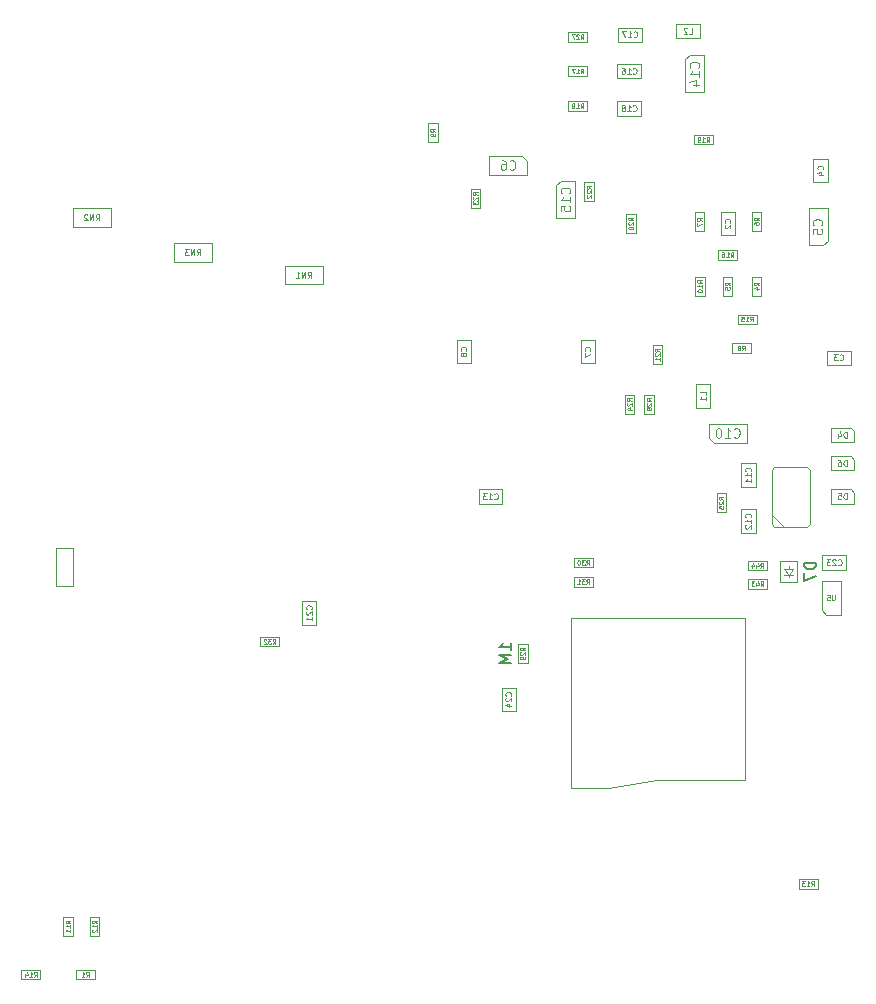
<source format=gbr>
G04 #@! TF.GenerationSoftware,KiCad,Pcbnew,9.0.6-9.0.6~ubuntu24.04.1*
G04 #@! TF.CreationDate,2026-01-10T11:13:35+03:00*
G04 #@! TF.ProjectId,Dreamstalker-PRO-v2,44726561-6d73-4746-916c-6b65722d5052,2.4*
G04 #@! TF.SameCoordinates,Original*
G04 #@! TF.FileFunction,AssemblyDrawing,Bot*
%FSLAX46Y46*%
G04 Gerber Fmt 4.6, Leading zero omitted, Abs format (unit mm)*
G04 Created by KiCad (PCBNEW 9.0.6-9.0.6~ubuntu24.04.1) date 2026-01-10 11:13:35*
%MOMM*%
%LPD*%
G01*
G04 APERTURE LIST*
%ADD10C,0.075000*%
%ADD11C,0.060000*%
%ADD12C,0.080000*%
%ADD13C,0.120000*%
%ADD14C,0.150000*%
%ADD15C,0.100000*%
G04 APERTURE END LIST*
D10*
X102345238Y-59827409D02*
X102511904Y-59589314D01*
X102630952Y-59827409D02*
X102630952Y-59327409D01*
X102630952Y-59327409D02*
X102440476Y-59327409D01*
X102440476Y-59327409D02*
X102392857Y-59351219D01*
X102392857Y-59351219D02*
X102369047Y-59375028D01*
X102369047Y-59375028D02*
X102345238Y-59422647D01*
X102345238Y-59422647D02*
X102345238Y-59494076D01*
X102345238Y-59494076D02*
X102369047Y-59541695D01*
X102369047Y-59541695D02*
X102392857Y-59565504D01*
X102392857Y-59565504D02*
X102440476Y-59589314D01*
X102440476Y-59589314D02*
X102630952Y-59589314D01*
X102130952Y-59827409D02*
X102130952Y-59327409D01*
X102130952Y-59327409D02*
X101845238Y-59827409D01*
X101845238Y-59827409D02*
X101845238Y-59327409D01*
X101630951Y-59375028D02*
X101607142Y-59351219D01*
X101607142Y-59351219D02*
X101559523Y-59327409D01*
X101559523Y-59327409D02*
X101440475Y-59327409D01*
X101440475Y-59327409D02*
X101392856Y-59351219D01*
X101392856Y-59351219D02*
X101369047Y-59375028D01*
X101369047Y-59375028D02*
X101345237Y-59422647D01*
X101345237Y-59422647D02*
X101345237Y-59470266D01*
X101345237Y-59470266D02*
X101369047Y-59541695D01*
X101369047Y-59541695D02*
X101654761Y-59827409D01*
X101654761Y-59827409D02*
X101345237Y-59827409D01*
X120295238Y-64677409D02*
X120461904Y-64439314D01*
X120580952Y-64677409D02*
X120580952Y-64177409D01*
X120580952Y-64177409D02*
X120390476Y-64177409D01*
X120390476Y-64177409D02*
X120342857Y-64201219D01*
X120342857Y-64201219D02*
X120319047Y-64225028D01*
X120319047Y-64225028D02*
X120295238Y-64272647D01*
X120295238Y-64272647D02*
X120295238Y-64344076D01*
X120295238Y-64344076D02*
X120319047Y-64391695D01*
X120319047Y-64391695D02*
X120342857Y-64415504D01*
X120342857Y-64415504D02*
X120390476Y-64439314D01*
X120390476Y-64439314D02*
X120580952Y-64439314D01*
X120080952Y-64677409D02*
X120080952Y-64177409D01*
X120080952Y-64177409D02*
X119795238Y-64677409D01*
X119795238Y-64677409D02*
X119795238Y-64177409D01*
X119295237Y-64677409D02*
X119580951Y-64677409D01*
X119438094Y-64677409D02*
X119438094Y-64177409D01*
X119438094Y-64177409D02*
X119485713Y-64248838D01*
X119485713Y-64248838D02*
X119533332Y-64296457D01*
X119533332Y-64296457D02*
X119580951Y-64320266D01*
X110895238Y-62777409D02*
X111061904Y-62539314D01*
X111180952Y-62777409D02*
X111180952Y-62277409D01*
X111180952Y-62277409D02*
X110990476Y-62277409D01*
X110990476Y-62277409D02*
X110942857Y-62301219D01*
X110942857Y-62301219D02*
X110919047Y-62325028D01*
X110919047Y-62325028D02*
X110895238Y-62372647D01*
X110895238Y-62372647D02*
X110895238Y-62444076D01*
X110895238Y-62444076D02*
X110919047Y-62491695D01*
X110919047Y-62491695D02*
X110942857Y-62515504D01*
X110942857Y-62515504D02*
X110990476Y-62539314D01*
X110990476Y-62539314D02*
X111180952Y-62539314D01*
X110680952Y-62777409D02*
X110680952Y-62277409D01*
X110680952Y-62277409D02*
X110395238Y-62777409D01*
X110395238Y-62777409D02*
X110395238Y-62277409D01*
X110204761Y-62277409D02*
X109895237Y-62277409D01*
X109895237Y-62277409D02*
X110061904Y-62467885D01*
X110061904Y-62467885D02*
X109990475Y-62467885D01*
X109990475Y-62467885D02*
X109942856Y-62491695D01*
X109942856Y-62491695D02*
X109919047Y-62515504D01*
X109919047Y-62515504D02*
X109895237Y-62563123D01*
X109895237Y-62563123D02*
X109895237Y-62682171D01*
X109895237Y-62682171D02*
X109919047Y-62729790D01*
X109919047Y-62729790D02*
X109942856Y-62753600D01*
X109942856Y-62753600D02*
X109990475Y-62777409D01*
X109990475Y-62777409D02*
X110133332Y-62777409D01*
X110133332Y-62777409D02*
X110180951Y-62753600D01*
X110180951Y-62753600D02*
X110204761Y-62729790D01*
D11*
X144291927Y-57132857D02*
X144101451Y-56999524D01*
X144291927Y-56904286D02*
X143891927Y-56904286D01*
X143891927Y-56904286D02*
X143891927Y-57056667D01*
X143891927Y-57056667D02*
X143910975Y-57094762D01*
X143910975Y-57094762D02*
X143930022Y-57113809D01*
X143930022Y-57113809D02*
X143968118Y-57132857D01*
X143968118Y-57132857D02*
X144025260Y-57132857D01*
X144025260Y-57132857D02*
X144063356Y-57113809D01*
X144063356Y-57113809D02*
X144082403Y-57094762D01*
X144082403Y-57094762D02*
X144101451Y-57056667D01*
X144101451Y-57056667D02*
X144101451Y-56904286D01*
X143930022Y-57285238D02*
X143910975Y-57304286D01*
X143910975Y-57304286D02*
X143891927Y-57342381D01*
X143891927Y-57342381D02*
X143891927Y-57437619D01*
X143891927Y-57437619D02*
X143910975Y-57475714D01*
X143910975Y-57475714D02*
X143930022Y-57494762D01*
X143930022Y-57494762D02*
X143968118Y-57513809D01*
X143968118Y-57513809D02*
X144006213Y-57513809D01*
X144006213Y-57513809D02*
X144063356Y-57494762D01*
X144063356Y-57494762D02*
X144291927Y-57266190D01*
X144291927Y-57266190D02*
X144291927Y-57513809D01*
X143930022Y-57666190D02*
X143910975Y-57685238D01*
X143910975Y-57685238D02*
X143891927Y-57723333D01*
X143891927Y-57723333D02*
X143891927Y-57818571D01*
X143891927Y-57818571D02*
X143910975Y-57856666D01*
X143910975Y-57856666D02*
X143930022Y-57875714D01*
X143930022Y-57875714D02*
X143968118Y-57894761D01*
X143968118Y-57894761D02*
X144006213Y-57894761D01*
X144006213Y-57894761D02*
X144063356Y-57875714D01*
X144063356Y-57875714D02*
X144291927Y-57647142D01*
X144291927Y-57647142D02*
X144291927Y-57894761D01*
X150081927Y-70942857D02*
X149891451Y-70809524D01*
X150081927Y-70714286D02*
X149681927Y-70714286D01*
X149681927Y-70714286D02*
X149681927Y-70866667D01*
X149681927Y-70866667D02*
X149700975Y-70904762D01*
X149700975Y-70904762D02*
X149720022Y-70923809D01*
X149720022Y-70923809D02*
X149758118Y-70942857D01*
X149758118Y-70942857D02*
X149815260Y-70942857D01*
X149815260Y-70942857D02*
X149853356Y-70923809D01*
X149853356Y-70923809D02*
X149872403Y-70904762D01*
X149872403Y-70904762D02*
X149891451Y-70866667D01*
X149891451Y-70866667D02*
X149891451Y-70714286D01*
X149720022Y-71095238D02*
X149700975Y-71114286D01*
X149700975Y-71114286D02*
X149681927Y-71152381D01*
X149681927Y-71152381D02*
X149681927Y-71247619D01*
X149681927Y-71247619D02*
X149700975Y-71285714D01*
X149700975Y-71285714D02*
X149720022Y-71304762D01*
X149720022Y-71304762D02*
X149758118Y-71323809D01*
X149758118Y-71323809D02*
X149796213Y-71323809D01*
X149796213Y-71323809D02*
X149853356Y-71304762D01*
X149853356Y-71304762D02*
X150081927Y-71076190D01*
X150081927Y-71076190D02*
X150081927Y-71323809D01*
X150081927Y-71704761D02*
X150081927Y-71476190D01*
X150081927Y-71590476D02*
X149681927Y-71590476D01*
X149681927Y-71590476D02*
X149739070Y-71552380D01*
X149739070Y-71552380D02*
X149777165Y-71514285D01*
X149777165Y-71514285D02*
X149796213Y-71476190D01*
X101516666Y-123881927D02*
X101649999Y-123691451D01*
X101745237Y-123881927D02*
X101745237Y-123481927D01*
X101745237Y-123481927D02*
X101592856Y-123481927D01*
X101592856Y-123481927D02*
X101554761Y-123500975D01*
X101554761Y-123500975D02*
X101535714Y-123520022D01*
X101535714Y-123520022D02*
X101516666Y-123558118D01*
X101516666Y-123558118D02*
X101516666Y-123615260D01*
X101516666Y-123615260D02*
X101535714Y-123653356D01*
X101535714Y-123653356D02*
X101554761Y-123672403D01*
X101554761Y-123672403D02*
X101592856Y-123691451D01*
X101592856Y-123691451D02*
X101745237Y-123691451D01*
X101135714Y-123881927D02*
X101364285Y-123881927D01*
X101249999Y-123881927D02*
X101249999Y-123481927D01*
X101249999Y-123481927D02*
X101288095Y-123539070D01*
X101288095Y-123539070D02*
X101326190Y-123577165D01*
X101326190Y-123577165D02*
X101364285Y-123596213D01*
X154057142Y-53181927D02*
X154190475Y-52991451D01*
X154285713Y-53181927D02*
X154285713Y-52781927D01*
X154285713Y-52781927D02*
X154133332Y-52781927D01*
X154133332Y-52781927D02*
X154095237Y-52800975D01*
X154095237Y-52800975D02*
X154076190Y-52820022D01*
X154076190Y-52820022D02*
X154057142Y-52858118D01*
X154057142Y-52858118D02*
X154057142Y-52915260D01*
X154057142Y-52915260D02*
X154076190Y-52953356D01*
X154076190Y-52953356D02*
X154095237Y-52972403D01*
X154095237Y-52972403D02*
X154133332Y-52991451D01*
X154133332Y-52991451D02*
X154285713Y-52991451D01*
X153676190Y-53181927D02*
X153904761Y-53181927D01*
X153790475Y-53181927D02*
X153790475Y-52781927D01*
X153790475Y-52781927D02*
X153828571Y-52839070D01*
X153828571Y-52839070D02*
X153866666Y-52877165D01*
X153866666Y-52877165D02*
X153904761Y-52896213D01*
X153485714Y-53181927D02*
X153409523Y-53181927D01*
X153409523Y-53181927D02*
X153371428Y-53162880D01*
X153371428Y-53162880D02*
X153352380Y-53143832D01*
X153352380Y-53143832D02*
X153314285Y-53086689D01*
X153314285Y-53086689D02*
X153295238Y-53010499D01*
X153295238Y-53010499D02*
X153295238Y-52858118D01*
X153295238Y-52858118D02*
X153314285Y-52820022D01*
X153314285Y-52820022D02*
X153333333Y-52800975D01*
X153333333Y-52800975D02*
X153371428Y-52781927D01*
X153371428Y-52781927D02*
X153447619Y-52781927D01*
X153447619Y-52781927D02*
X153485714Y-52800975D01*
X153485714Y-52800975D02*
X153504761Y-52820022D01*
X153504761Y-52820022D02*
X153523809Y-52858118D01*
X153523809Y-52858118D02*
X153523809Y-52953356D01*
X153523809Y-52953356D02*
X153504761Y-52991451D01*
X153504761Y-52991451D02*
X153485714Y-53010499D01*
X153485714Y-53010499D02*
X153447619Y-53029546D01*
X153447619Y-53029546D02*
X153371428Y-53029546D01*
X153371428Y-53029546D02*
X153333333Y-53010499D01*
X153333333Y-53010499D02*
X153314285Y-52991451D01*
X153314285Y-52991451D02*
X153295238Y-52953356D01*
X157757142Y-68381927D02*
X157890475Y-68191451D01*
X157985713Y-68381927D02*
X157985713Y-67981927D01*
X157985713Y-67981927D02*
X157833332Y-67981927D01*
X157833332Y-67981927D02*
X157795237Y-68000975D01*
X157795237Y-68000975D02*
X157776190Y-68020022D01*
X157776190Y-68020022D02*
X157757142Y-68058118D01*
X157757142Y-68058118D02*
X157757142Y-68115260D01*
X157757142Y-68115260D02*
X157776190Y-68153356D01*
X157776190Y-68153356D02*
X157795237Y-68172403D01*
X157795237Y-68172403D02*
X157833332Y-68191451D01*
X157833332Y-68191451D02*
X157985713Y-68191451D01*
X157376190Y-68381927D02*
X157604761Y-68381927D01*
X157490475Y-68381927D02*
X157490475Y-67981927D01*
X157490475Y-67981927D02*
X157528571Y-68039070D01*
X157528571Y-68039070D02*
X157566666Y-68077165D01*
X157566666Y-68077165D02*
X157604761Y-68096213D01*
X157014285Y-67981927D02*
X157204761Y-67981927D01*
X157204761Y-67981927D02*
X157223809Y-68172403D01*
X157223809Y-68172403D02*
X157204761Y-68153356D01*
X157204761Y-68153356D02*
X157166666Y-68134308D01*
X157166666Y-68134308D02*
X157071428Y-68134308D01*
X157071428Y-68134308D02*
X157033333Y-68153356D01*
X157033333Y-68153356D02*
X157014285Y-68172403D01*
X157014285Y-68172403D02*
X156995238Y-68210499D01*
X156995238Y-68210499D02*
X156995238Y-68305737D01*
X156995238Y-68305737D02*
X157014285Y-68343832D01*
X157014285Y-68343832D02*
X157033333Y-68362880D01*
X157033333Y-68362880D02*
X157071428Y-68381927D01*
X157071428Y-68381927D02*
X157166666Y-68381927D01*
X157166666Y-68381927D02*
X157204761Y-68362880D01*
X157204761Y-68362880D02*
X157223809Y-68343832D01*
X97107142Y-123881927D02*
X97240475Y-123691451D01*
X97335713Y-123881927D02*
X97335713Y-123481927D01*
X97335713Y-123481927D02*
X97183332Y-123481927D01*
X97183332Y-123481927D02*
X97145237Y-123500975D01*
X97145237Y-123500975D02*
X97126190Y-123520022D01*
X97126190Y-123520022D02*
X97107142Y-123558118D01*
X97107142Y-123558118D02*
X97107142Y-123615260D01*
X97107142Y-123615260D02*
X97126190Y-123653356D01*
X97126190Y-123653356D02*
X97145237Y-123672403D01*
X97145237Y-123672403D02*
X97183332Y-123691451D01*
X97183332Y-123691451D02*
X97335713Y-123691451D01*
X96726190Y-123881927D02*
X96954761Y-123881927D01*
X96840475Y-123881927D02*
X96840475Y-123481927D01*
X96840475Y-123481927D02*
X96878571Y-123539070D01*
X96878571Y-123539070D02*
X96916666Y-123577165D01*
X96916666Y-123577165D02*
X96954761Y-123596213D01*
X96383333Y-123615260D02*
X96383333Y-123881927D01*
X96478571Y-123462880D02*
X96573809Y-123748594D01*
X96573809Y-123748594D02*
X96326190Y-123748594D01*
X153651927Y-59883333D02*
X153461451Y-59750000D01*
X153651927Y-59654762D02*
X153251927Y-59654762D01*
X153251927Y-59654762D02*
X153251927Y-59807143D01*
X153251927Y-59807143D02*
X153270975Y-59845238D01*
X153270975Y-59845238D02*
X153290022Y-59864285D01*
X153290022Y-59864285D02*
X153328118Y-59883333D01*
X153328118Y-59883333D02*
X153385260Y-59883333D01*
X153385260Y-59883333D02*
X153423356Y-59864285D01*
X153423356Y-59864285D02*
X153442403Y-59845238D01*
X153442403Y-59845238D02*
X153461451Y-59807143D01*
X153461451Y-59807143D02*
X153461451Y-59654762D01*
X153251927Y-60016666D02*
X153251927Y-60283333D01*
X153251927Y-60283333D02*
X153651927Y-60111904D01*
X158481927Y-59833333D02*
X158291451Y-59700000D01*
X158481927Y-59604762D02*
X158081927Y-59604762D01*
X158081927Y-59604762D02*
X158081927Y-59757143D01*
X158081927Y-59757143D02*
X158100975Y-59795238D01*
X158100975Y-59795238D02*
X158120022Y-59814285D01*
X158120022Y-59814285D02*
X158158118Y-59833333D01*
X158158118Y-59833333D02*
X158215260Y-59833333D01*
X158215260Y-59833333D02*
X158253356Y-59814285D01*
X158253356Y-59814285D02*
X158272403Y-59795238D01*
X158272403Y-59795238D02*
X158291451Y-59757143D01*
X158291451Y-59757143D02*
X158291451Y-59604762D01*
X158081927Y-60176190D02*
X158081927Y-60100000D01*
X158081927Y-60100000D02*
X158100975Y-60061904D01*
X158100975Y-60061904D02*
X158120022Y-60042857D01*
X158120022Y-60042857D02*
X158177165Y-60004762D01*
X158177165Y-60004762D02*
X158253356Y-59985714D01*
X158253356Y-59985714D02*
X158405737Y-59985714D01*
X158405737Y-59985714D02*
X158443832Y-60004762D01*
X158443832Y-60004762D02*
X158462880Y-60023809D01*
X158462880Y-60023809D02*
X158481927Y-60061904D01*
X158481927Y-60061904D02*
X158481927Y-60138095D01*
X158481927Y-60138095D02*
X158462880Y-60176190D01*
X158462880Y-60176190D02*
X158443832Y-60195238D01*
X158443832Y-60195238D02*
X158405737Y-60214285D01*
X158405737Y-60214285D02*
X158310499Y-60214285D01*
X158310499Y-60214285D02*
X158272403Y-60195238D01*
X158272403Y-60195238D02*
X158253356Y-60176190D01*
X158253356Y-60176190D02*
X158234308Y-60138095D01*
X158234308Y-60138095D02*
X158234308Y-60061904D01*
X158234308Y-60061904D02*
X158253356Y-60023809D01*
X158253356Y-60023809D02*
X158272403Y-60004762D01*
X158272403Y-60004762D02*
X158310499Y-59985714D01*
X157079166Y-70831927D02*
X157212499Y-70641451D01*
X157307737Y-70831927D02*
X157307737Y-70431927D01*
X157307737Y-70431927D02*
X157155356Y-70431927D01*
X157155356Y-70431927D02*
X157117261Y-70450975D01*
X157117261Y-70450975D02*
X157098214Y-70470022D01*
X157098214Y-70470022D02*
X157079166Y-70508118D01*
X157079166Y-70508118D02*
X157079166Y-70565260D01*
X157079166Y-70565260D02*
X157098214Y-70603356D01*
X157098214Y-70603356D02*
X157117261Y-70622403D01*
X157117261Y-70622403D02*
X157155356Y-70641451D01*
X157155356Y-70641451D02*
X157307737Y-70641451D01*
X156850595Y-70603356D02*
X156888690Y-70584308D01*
X156888690Y-70584308D02*
X156907737Y-70565260D01*
X156907737Y-70565260D02*
X156926785Y-70527165D01*
X156926785Y-70527165D02*
X156926785Y-70508118D01*
X156926785Y-70508118D02*
X156907737Y-70470022D01*
X156907737Y-70470022D02*
X156888690Y-70450975D01*
X156888690Y-70450975D02*
X156850595Y-70431927D01*
X156850595Y-70431927D02*
X156774404Y-70431927D01*
X156774404Y-70431927D02*
X156736309Y-70450975D01*
X156736309Y-70450975D02*
X156717261Y-70470022D01*
X156717261Y-70470022D02*
X156698214Y-70508118D01*
X156698214Y-70508118D02*
X156698214Y-70527165D01*
X156698214Y-70527165D02*
X156717261Y-70565260D01*
X156717261Y-70565260D02*
X156736309Y-70584308D01*
X156736309Y-70584308D02*
X156774404Y-70603356D01*
X156774404Y-70603356D02*
X156850595Y-70603356D01*
X156850595Y-70603356D02*
X156888690Y-70622403D01*
X156888690Y-70622403D02*
X156907737Y-70641451D01*
X156907737Y-70641451D02*
X156926785Y-70679546D01*
X156926785Y-70679546D02*
X156926785Y-70755737D01*
X156926785Y-70755737D02*
X156907737Y-70793832D01*
X156907737Y-70793832D02*
X156888690Y-70812880D01*
X156888690Y-70812880D02*
X156850595Y-70831927D01*
X156850595Y-70831927D02*
X156774404Y-70831927D01*
X156774404Y-70831927D02*
X156736309Y-70812880D01*
X156736309Y-70812880D02*
X156717261Y-70793832D01*
X156717261Y-70793832D02*
X156698214Y-70755737D01*
X156698214Y-70755737D02*
X156698214Y-70679546D01*
X156698214Y-70679546D02*
X156717261Y-70641451D01*
X156717261Y-70641451D02*
X156736309Y-70622403D01*
X156736309Y-70622403D02*
X156774404Y-70603356D01*
X156031927Y-65333333D02*
X155841451Y-65200000D01*
X156031927Y-65104762D02*
X155631927Y-65104762D01*
X155631927Y-65104762D02*
X155631927Y-65257143D01*
X155631927Y-65257143D02*
X155650975Y-65295238D01*
X155650975Y-65295238D02*
X155670022Y-65314285D01*
X155670022Y-65314285D02*
X155708118Y-65333333D01*
X155708118Y-65333333D02*
X155765260Y-65333333D01*
X155765260Y-65333333D02*
X155803356Y-65314285D01*
X155803356Y-65314285D02*
X155822403Y-65295238D01*
X155822403Y-65295238D02*
X155841451Y-65257143D01*
X155841451Y-65257143D02*
X155841451Y-65104762D01*
X155631927Y-65695238D02*
X155631927Y-65504762D01*
X155631927Y-65504762D02*
X155822403Y-65485714D01*
X155822403Y-65485714D02*
X155803356Y-65504762D01*
X155803356Y-65504762D02*
X155784308Y-65542857D01*
X155784308Y-65542857D02*
X155784308Y-65638095D01*
X155784308Y-65638095D02*
X155803356Y-65676190D01*
X155803356Y-65676190D02*
X155822403Y-65695238D01*
X155822403Y-65695238D02*
X155860499Y-65714285D01*
X155860499Y-65714285D02*
X155955737Y-65714285D01*
X155955737Y-65714285D02*
X155993832Y-65695238D01*
X155993832Y-65695238D02*
X156012880Y-65676190D01*
X156012880Y-65676190D02*
X156031927Y-65638095D01*
X156031927Y-65638095D02*
X156031927Y-65542857D01*
X156031927Y-65542857D02*
X156012880Y-65504762D01*
X156012880Y-65504762D02*
X155993832Y-65485714D01*
X158481927Y-65333333D02*
X158291451Y-65200000D01*
X158481927Y-65104762D02*
X158081927Y-65104762D01*
X158081927Y-65104762D02*
X158081927Y-65257143D01*
X158081927Y-65257143D02*
X158100975Y-65295238D01*
X158100975Y-65295238D02*
X158120022Y-65314285D01*
X158120022Y-65314285D02*
X158158118Y-65333333D01*
X158158118Y-65333333D02*
X158215260Y-65333333D01*
X158215260Y-65333333D02*
X158253356Y-65314285D01*
X158253356Y-65314285D02*
X158272403Y-65295238D01*
X158272403Y-65295238D02*
X158291451Y-65257143D01*
X158291451Y-65257143D02*
X158291451Y-65104762D01*
X158215260Y-65676190D02*
X158481927Y-65676190D01*
X158062880Y-65580952D02*
X158348594Y-65485714D01*
X158348594Y-65485714D02*
X158348594Y-65733333D01*
X153681927Y-65142857D02*
X153491451Y-65009524D01*
X153681927Y-64914286D02*
X153281927Y-64914286D01*
X153281927Y-64914286D02*
X153281927Y-65066667D01*
X153281927Y-65066667D02*
X153300975Y-65104762D01*
X153300975Y-65104762D02*
X153320022Y-65123809D01*
X153320022Y-65123809D02*
X153358118Y-65142857D01*
X153358118Y-65142857D02*
X153415260Y-65142857D01*
X153415260Y-65142857D02*
X153453356Y-65123809D01*
X153453356Y-65123809D02*
X153472403Y-65104762D01*
X153472403Y-65104762D02*
X153491451Y-65066667D01*
X153491451Y-65066667D02*
X153491451Y-64914286D01*
X153681927Y-65523809D02*
X153681927Y-65295238D01*
X153681927Y-65409524D02*
X153281927Y-65409524D01*
X153281927Y-65409524D02*
X153339070Y-65371428D01*
X153339070Y-65371428D02*
X153377165Y-65333333D01*
X153377165Y-65333333D02*
X153396213Y-65295238D01*
X153281927Y-65771428D02*
X153281927Y-65809523D01*
X153281927Y-65809523D02*
X153300975Y-65847619D01*
X153300975Y-65847619D02*
X153320022Y-65866666D01*
X153320022Y-65866666D02*
X153358118Y-65885714D01*
X153358118Y-65885714D02*
X153434308Y-65904761D01*
X153434308Y-65904761D02*
X153529546Y-65904761D01*
X153529546Y-65904761D02*
X153605737Y-65885714D01*
X153605737Y-65885714D02*
X153643832Y-65866666D01*
X153643832Y-65866666D02*
X153662880Y-65847619D01*
X153662880Y-65847619D02*
X153681927Y-65809523D01*
X153681927Y-65809523D02*
X153681927Y-65771428D01*
X153681927Y-65771428D02*
X153662880Y-65733333D01*
X153662880Y-65733333D02*
X153643832Y-65714285D01*
X153643832Y-65714285D02*
X153605737Y-65695238D01*
X153605737Y-65695238D02*
X153529546Y-65676190D01*
X153529546Y-65676190D02*
X153434308Y-65676190D01*
X153434308Y-65676190D02*
X153358118Y-65695238D01*
X153358118Y-65695238D02*
X153320022Y-65714285D01*
X153320022Y-65714285D02*
X153300975Y-65733333D01*
X153300975Y-65733333D02*
X153281927Y-65771428D01*
X100181927Y-119342857D02*
X99991451Y-119209524D01*
X100181927Y-119114286D02*
X99781927Y-119114286D01*
X99781927Y-119114286D02*
X99781927Y-119266667D01*
X99781927Y-119266667D02*
X99800975Y-119304762D01*
X99800975Y-119304762D02*
X99820022Y-119323809D01*
X99820022Y-119323809D02*
X99858118Y-119342857D01*
X99858118Y-119342857D02*
X99915260Y-119342857D01*
X99915260Y-119342857D02*
X99953356Y-119323809D01*
X99953356Y-119323809D02*
X99972403Y-119304762D01*
X99972403Y-119304762D02*
X99991451Y-119266667D01*
X99991451Y-119266667D02*
X99991451Y-119114286D01*
X100181927Y-119723809D02*
X100181927Y-119495238D01*
X100181927Y-119609524D02*
X99781927Y-119609524D01*
X99781927Y-119609524D02*
X99839070Y-119571428D01*
X99839070Y-119571428D02*
X99877165Y-119533333D01*
X99877165Y-119533333D02*
X99896213Y-119495238D01*
X100181927Y-120104761D02*
X100181927Y-119876190D01*
X100181927Y-119990476D02*
X99781927Y-119990476D01*
X99781927Y-119990476D02*
X99839070Y-119952380D01*
X99839070Y-119952380D02*
X99877165Y-119914285D01*
X99877165Y-119914285D02*
X99896213Y-119876190D01*
X102431927Y-119342857D02*
X102241451Y-119209524D01*
X102431927Y-119114286D02*
X102031927Y-119114286D01*
X102031927Y-119114286D02*
X102031927Y-119266667D01*
X102031927Y-119266667D02*
X102050975Y-119304762D01*
X102050975Y-119304762D02*
X102070022Y-119323809D01*
X102070022Y-119323809D02*
X102108118Y-119342857D01*
X102108118Y-119342857D02*
X102165260Y-119342857D01*
X102165260Y-119342857D02*
X102203356Y-119323809D01*
X102203356Y-119323809D02*
X102222403Y-119304762D01*
X102222403Y-119304762D02*
X102241451Y-119266667D01*
X102241451Y-119266667D02*
X102241451Y-119114286D01*
X102431927Y-119723809D02*
X102431927Y-119495238D01*
X102431927Y-119609524D02*
X102031927Y-119609524D01*
X102031927Y-119609524D02*
X102089070Y-119571428D01*
X102089070Y-119571428D02*
X102127165Y-119533333D01*
X102127165Y-119533333D02*
X102146213Y-119495238D01*
X102070022Y-119876190D02*
X102050975Y-119895238D01*
X102050975Y-119895238D02*
X102031927Y-119933333D01*
X102031927Y-119933333D02*
X102031927Y-120028571D01*
X102031927Y-120028571D02*
X102050975Y-120066666D01*
X102050975Y-120066666D02*
X102070022Y-120085714D01*
X102070022Y-120085714D02*
X102108118Y-120104761D01*
X102108118Y-120104761D02*
X102146213Y-120104761D01*
X102146213Y-120104761D02*
X102203356Y-120085714D01*
X102203356Y-120085714D02*
X102431927Y-119857142D01*
X102431927Y-119857142D02*
X102431927Y-120104761D01*
X162907142Y-116181927D02*
X163040475Y-115991451D01*
X163135713Y-116181927D02*
X163135713Y-115781927D01*
X163135713Y-115781927D02*
X162983332Y-115781927D01*
X162983332Y-115781927D02*
X162945237Y-115800975D01*
X162945237Y-115800975D02*
X162926190Y-115820022D01*
X162926190Y-115820022D02*
X162907142Y-115858118D01*
X162907142Y-115858118D02*
X162907142Y-115915260D01*
X162907142Y-115915260D02*
X162926190Y-115953356D01*
X162926190Y-115953356D02*
X162945237Y-115972403D01*
X162945237Y-115972403D02*
X162983332Y-115991451D01*
X162983332Y-115991451D02*
X163135713Y-115991451D01*
X162526190Y-116181927D02*
X162754761Y-116181927D01*
X162640475Y-116181927D02*
X162640475Y-115781927D01*
X162640475Y-115781927D02*
X162678571Y-115839070D01*
X162678571Y-115839070D02*
X162716666Y-115877165D01*
X162716666Y-115877165D02*
X162754761Y-115896213D01*
X162392857Y-115781927D02*
X162145238Y-115781927D01*
X162145238Y-115781927D02*
X162278571Y-115934308D01*
X162278571Y-115934308D02*
X162221428Y-115934308D01*
X162221428Y-115934308D02*
X162183333Y-115953356D01*
X162183333Y-115953356D02*
X162164285Y-115972403D01*
X162164285Y-115972403D02*
X162145238Y-116010499D01*
X162145238Y-116010499D02*
X162145238Y-116105737D01*
X162145238Y-116105737D02*
X162164285Y-116143832D01*
X162164285Y-116143832D02*
X162183333Y-116162880D01*
X162183333Y-116162880D02*
X162221428Y-116181927D01*
X162221428Y-116181927D02*
X162335714Y-116181927D01*
X162335714Y-116181927D02*
X162373809Y-116162880D01*
X162373809Y-116162880D02*
X162392857Y-116143832D01*
D12*
X133679530Y-70854166D02*
X133703340Y-70830357D01*
X133703340Y-70830357D02*
X133727149Y-70758928D01*
X133727149Y-70758928D02*
X133727149Y-70711309D01*
X133727149Y-70711309D02*
X133703340Y-70639881D01*
X133703340Y-70639881D02*
X133655720Y-70592262D01*
X133655720Y-70592262D02*
X133608101Y-70568452D01*
X133608101Y-70568452D02*
X133512863Y-70544643D01*
X133512863Y-70544643D02*
X133441435Y-70544643D01*
X133441435Y-70544643D02*
X133346197Y-70568452D01*
X133346197Y-70568452D02*
X133298578Y-70592262D01*
X133298578Y-70592262D02*
X133250959Y-70639881D01*
X133250959Y-70639881D02*
X133227149Y-70711309D01*
X133227149Y-70711309D02*
X133227149Y-70758928D01*
X133227149Y-70758928D02*
X133250959Y-70830357D01*
X133250959Y-70830357D02*
X133274768Y-70854166D01*
X133441435Y-71139881D02*
X133417625Y-71092262D01*
X133417625Y-71092262D02*
X133393816Y-71068452D01*
X133393816Y-71068452D02*
X133346197Y-71044643D01*
X133346197Y-71044643D02*
X133322387Y-71044643D01*
X133322387Y-71044643D02*
X133274768Y-71068452D01*
X133274768Y-71068452D02*
X133250959Y-71092262D01*
X133250959Y-71092262D02*
X133227149Y-71139881D01*
X133227149Y-71139881D02*
X133227149Y-71235119D01*
X133227149Y-71235119D02*
X133250959Y-71282738D01*
X133250959Y-71282738D02*
X133274768Y-71306547D01*
X133274768Y-71306547D02*
X133322387Y-71330357D01*
X133322387Y-71330357D02*
X133346197Y-71330357D01*
X133346197Y-71330357D02*
X133393816Y-71306547D01*
X133393816Y-71306547D02*
X133417625Y-71282738D01*
X133417625Y-71282738D02*
X133441435Y-71235119D01*
X133441435Y-71235119D02*
X133441435Y-71139881D01*
X133441435Y-71139881D02*
X133465244Y-71092262D01*
X133465244Y-71092262D02*
X133489054Y-71068452D01*
X133489054Y-71068452D02*
X133536673Y-71044643D01*
X133536673Y-71044643D02*
X133631911Y-71044643D01*
X133631911Y-71044643D02*
X133679530Y-71068452D01*
X133679530Y-71068452D02*
X133703340Y-71092262D01*
X133703340Y-71092262D02*
X133727149Y-71139881D01*
X133727149Y-71139881D02*
X133727149Y-71235119D01*
X133727149Y-71235119D02*
X133703340Y-71282738D01*
X133703340Y-71282738D02*
X133679530Y-71306547D01*
X133679530Y-71306547D02*
X133631911Y-71330357D01*
X133631911Y-71330357D02*
X133536673Y-71330357D01*
X133536673Y-71330357D02*
X133489054Y-71306547D01*
X133489054Y-71306547D02*
X133465244Y-71282738D01*
X133465244Y-71282738D02*
X133441435Y-71235119D01*
X144179530Y-70854166D02*
X144203340Y-70830357D01*
X144203340Y-70830357D02*
X144227149Y-70758928D01*
X144227149Y-70758928D02*
X144227149Y-70711309D01*
X144227149Y-70711309D02*
X144203340Y-70639881D01*
X144203340Y-70639881D02*
X144155720Y-70592262D01*
X144155720Y-70592262D02*
X144108101Y-70568452D01*
X144108101Y-70568452D02*
X144012863Y-70544643D01*
X144012863Y-70544643D02*
X143941435Y-70544643D01*
X143941435Y-70544643D02*
X143846197Y-70568452D01*
X143846197Y-70568452D02*
X143798578Y-70592262D01*
X143798578Y-70592262D02*
X143750959Y-70639881D01*
X143750959Y-70639881D02*
X143727149Y-70711309D01*
X143727149Y-70711309D02*
X143727149Y-70758928D01*
X143727149Y-70758928D02*
X143750959Y-70830357D01*
X143750959Y-70830357D02*
X143774768Y-70854166D01*
X143727149Y-71020833D02*
X143727149Y-71354166D01*
X143727149Y-71354166D02*
X144227149Y-71139881D01*
X163879530Y-55516666D02*
X163903340Y-55492857D01*
X163903340Y-55492857D02*
X163927149Y-55421428D01*
X163927149Y-55421428D02*
X163927149Y-55373809D01*
X163927149Y-55373809D02*
X163903340Y-55302381D01*
X163903340Y-55302381D02*
X163855720Y-55254762D01*
X163855720Y-55254762D02*
X163808101Y-55230952D01*
X163808101Y-55230952D02*
X163712863Y-55207143D01*
X163712863Y-55207143D02*
X163641435Y-55207143D01*
X163641435Y-55207143D02*
X163546197Y-55230952D01*
X163546197Y-55230952D02*
X163498578Y-55254762D01*
X163498578Y-55254762D02*
X163450959Y-55302381D01*
X163450959Y-55302381D02*
X163427149Y-55373809D01*
X163427149Y-55373809D02*
X163427149Y-55421428D01*
X163427149Y-55421428D02*
X163450959Y-55492857D01*
X163450959Y-55492857D02*
X163474768Y-55516666D01*
X163593816Y-55945238D02*
X163927149Y-55945238D01*
X163403340Y-55826190D02*
X163760482Y-55707143D01*
X163760482Y-55707143D02*
X163760482Y-56016666D01*
X156029530Y-60016666D02*
X156053340Y-59992857D01*
X156053340Y-59992857D02*
X156077149Y-59921428D01*
X156077149Y-59921428D02*
X156077149Y-59873809D01*
X156077149Y-59873809D02*
X156053340Y-59802381D01*
X156053340Y-59802381D02*
X156005720Y-59754762D01*
X156005720Y-59754762D02*
X155958101Y-59730952D01*
X155958101Y-59730952D02*
X155862863Y-59707143D01*
X155862863Y-59707143D02*
X155791435Y-59707143D01*
X155791435Y-59707143D02*
X155696197Y-59730952D01*
X155696197Y-59730952D02*
X155648578Y-59754762D01*
X155648578Y-59754762D02*
X155600959Y-59802381D01*
X155600959Y-59802381D02*
X155577149Y-59873809D01*
X155577149Y-59873809D02*
X155577149Y-59921428D01*
X155577149Y-59921428D02*
X155600959Y-59992857D01*
X155600959Y-59992857D02*
X155624768Y-60016666D01*
X155624768Y-60207143D02*
X155600959Y-60230952D01*
X155600959Y-60230952D02*
X155577149Y-60278571D01*
X155577149Y-60278571D02*
X155577149Y-60397619D01*
X155577149Y-60397619D02*
X155600959Y-60445238D01*
X155600959Y-60445238D02*
X155624768Y-60469047D01*
X155624768Y-60469047D02*
X155672387Y-60492857D01*
X155672387Y-60492857D02*
X155720006Y-60492857D01*
X155720006Y-60492857D02*
X155791435Y-60469047D01*
X155791435Y-60469047D02*
X156077149Y-60183333D01*
X156077149Y-60183333D02*
X156077149Y-60492857D01*
X157779530Y-84966071D02*
X157803340Y-84942262D01*
X157803340Y-84942262D02*
X157827149Y-84870833D01*
X157827149Y-84870833D02*
X157827149Y-84823214D01*
X157827149Y-84823214D02*
X157803340Y-84751786D01*
X157803340Y-84751786D02*
X157755720Y-84704167D01*
X157755720Y-84704167D02*
X157708101Y-84680357D01*
X157708101Y-84680357D02*
X157612863Y-84656548D01*
X157612863Y-84656548D02*
X157541435Y-84656548D01*
X157541435Y-84656548D02*
X157446197Y-84680357D01*
X157446197Y-84680357D02*
X157398578Y-84704167D01*
X157398578Y-84704167D02*
X157350959Y-84751786D01*
X157350959Y-84751786D02*
X157327149Y-84823214D01*
X157327149Y-84823214D02*
X157327149Y-84870833D01*
X157327149Y-84870833D02*
X157350959Y-84942262D01*
X157350959Y-84942262D02*
X157374768Y-84966071D01*
X157827149Y-85442262D02*
X157827149Y-85156548D01*
X157827149Y-85299405D02*
X157327149Y-85299405D01*
X157327149Y-85299405D02*
X157398578Y-85251786D01*
X157398578Y-85251786D02*
X157446197Y-85204167D01*
X157446197Y-85204167D02*
X157470006Y-85156548D01*
X157374768Y-85632738D02*
X157350959Y-85656547D01*
X157350959Y-85656547D02*
X157327149Y-85704166D01*
X157327149Y-85704166D02*
X157327149Y-85823214D01*
X157327149Y-85823214D02*
X157350959Y-85870833D01*
X157350959Y-85870833D02*
X157374768Y-85894642D01*
X157374768Y-85894642D02*
X157422387Y-85918452D01*
X157422387Y-85918452D02*
X157470006Y-85918452D01*
X157470006Y-85918452D02*
X157541435Y-85894642D01*
X157541435Y-85894642D02*
X157827149Y-85608928D01*
X157827149Y-85608928D02*
X157827149Y-85918452D01*
X157779530Y-81066071D02*
X157803340Y-81042262D01*
X157803340Y-81042262D02*
X157827149Y-80970833D01*
X157827149Y-80970833D02*
X157827149Y-80923214D01*
X157827149Y-80923214D02*
X157803340Y-80851786D01*
X157803340Y-80851786D02*
X157755720Y-80804167D01*
X157755720Y-80804167D02*
X157708101Y-80780357D01*
X157708101Y-80780357D02*
X157612863Y-80756548D01*
X157612863Y-80756548D02*
X157541435Y-80756548D01*
X157541435Y-80756548D02*
X157446197Y-80780357D01*
X157446197Y-80780357D02*
X157398578Y-80804167D01*
X157398578Y-80804167D02*
X157350959Y-80851786D01*
X157350959Y-80851786D02*
X157327149Y-80923214D01*
X157327149Y-80923214D02*
X157327149Y-80970833D01*
X157327149Y-80970833D02*
X157350959Y-81042262D01*
X157350959Y-81042262D02*
X157374768Y-81066071D01*
X157827149Y-81542262D02*
X157827149Y-81256548D01*
X157827149Y-81399405D02*
X157327149Y-81399405D01*
X157327149Y-81399405D02*
X157398578Y-81351786D01*
X157398578Y-81351786D02*
X157446197Y-81304167D01*
X157446197Y-81304167D02*
X157470006Y-81256548D01*
X157827149Y-82018452D02*
X157827149Y-81732738D01*
X157827149Y-81875595D02*
X157327149Y-81875595D01*
X157327149Y-81875595D02*
X157398578Y-81827976D01*
X157398578Y-81827976D02*
X157446197Y-81780357D01*
X157446197Y-81780357D02*
X157470006Y-81732738D01*
D11*
X155481927Y-83480357D02*
X155291451Y-83347024D01*
X155481927Y-83251786D02*
X155081927Y-83251786D01*
X155081927Y-83251786D02*
X155081927Y-83404167D01*
X155081927Y-83404167D02*
X155100975Y-83442262D01*
X155100975Y-83442262D02*
X155120022Y-83461309D01*
X155120022Y-83461309D02*
X155158118Y-83480357D01*
X155158118Y-83480357D02*
X155215260Y-83480357D01*
X155215260Y-83480357D02*
X155253356Y-83461309D01*
X155253356Y-83461309D02*
X155272403Y-83442262D01*
X155272403Y-83442262D02*
X155291451Y-83404167D01*
X155291451Y-83404167D02*
X155291451Y-83251786D01*
X155120022Y-83632738D02*
X155100975Y-83651786D01*
X155100975Y-83651786D02*
X155081927Y-83689881D01*
X155081927Y-83689881D02*
X155081927Y-83785119D01*
X155081927Y-83785119D02*
X155100975Y-83823214D01*
X155100975Y-83823214D02*
X155120022Y-83842262D01*
X155120022Y-83842262D02*
X155158118Y-83861309D01*
X155158118Y-83861309D02*
X155196213Y-83861309D01*
X155196213Y-83861309D02*
X155253356Y-83842262D01*
X155253356Y-83842262D02*
X155481927Y-83613690D01*
X155481927Y-83613690D02*
X155481927Y-83861309D01*
X155081927Y-84223214D02*
X155081927Y-84032738D01*
X155081927Y-84032738D02*
X155272403Y-84013690D01*
X155272403Y-84013690D02*
X155253356Y-84032738D01*
X155253356Y-84032738D02*
X155234308Y-84070833D01*
X155234308Y-84070833D02*
X155234308Y-84166071D01*
X155234308Y-84166071D02*
X155253356Y-84204166D01*
X155253356Y-84204166D02*
X155272403Y-84223214D01*
X155272403Y-84223214D02*
X155310499Y-84242261D01*
X155310499Y-84242261D02*
X155405737Y-84242261D01*
X155405737Y-84242261D02*
X155443832Y-84223214D01*
X155443832Y-84223214D02*
X155462880Y-84204166D01*
X155462880Y-84204166D02*
X155481927Y-84166071D01*
X155481927Y-84166071D02*
X155481927Y-84070833D01*
X155481927Y-84070833D02*
X155462880Y-84032738D01*
X155462880Y-84032738D02*
X155443832Y-84013690D01*
X147831927Y-59830357D02*
X147641451Y-59697024D01*
X147831927Y-59601786D02*
X147431927Y-59601786D01*
X147431927Y-59601786D02*
X147431927Y-59754167D01*
X147431927Y-59754167D02*
X147450975Y-59792262D01*
X147450975Y-59792262D02*
X147470022Y-59811309D01*
X147470022Y-59811309D02*
X147508118Y-59830357D01*
X147508118Y-59830357D02*
X147565260Y-59830357D01*
X147565260Y-59830357D02*
X147603356Y-59811309D01*
X147603356Y-59811309D02*
X147622403Y-59792262D01*
X147622403Y-59792262D02*
X147641451Y-59754167D01*
X147641451Y-59754167D02*
X147641451Y-59601786D01*
X147470022Y-59982738D02*
X147450975Y-60001786D01*
X147450975Y-60001786D02*
X147431927Y-60039881D01*
X147431927Y-60039881D02*
X147431927Y-60135119D01*
X147431927Y-60135119D02*
X147450975Y-60173214D01*
X147450975Y-60173214D02*
X147470022Y-60192262D01*
X147470022Y-60192262D02*
X147508118Y-60211309D01*
X147508118Y-60211309D02*
X147546213Y-60211309D01*
X147546213Y-60211309D02*
X147603356Y-60192262D01*
X147603356Y-60192262D02*
X147831927Y-59963690D01*
X147831927Y-59963690D02*
X147831927Y-60211309D01*
X147431927Y-60458928D02*
X147431927Y-60497023D01*
X147431927Y-60497023D02*
X147450975Y-60535119D01*
X147450975Y-60535119D02*
X147470022Y-60554166D01*
X147470022Y-60554166D02*
X147508118Y-60573214D01*
X147508118Y-60573214D02*
X147584308Y-60592261D01*
X147584308Y-60592261D02*
X147679546Y-60592261D01*
X147679546Y-60592261D02*
X147755737Y-60573214D01*
X147755737Y-60573214D02*
X147793832Y-60554166D01*
X147793832Y-60554166D02*
X147812880Y-60535119D01*
X147812880Y-60535119D02*
X147831927Y-60497023D01*
X147831927Y-60497023D02*
X147831927Y-60458928D01*
X147831927Y-60458928D02*
X147812880Y-60420833D01*
X147812880Y-60420833D02*
X147793832Y-60401785D01*
X147793832Y-60401785D02*
X147755737Y-60382738D01*
X147755737Y-60382738D02*
X147679546Y-60363690D01*
X147679546Y-60363690D02*
X147584308Y-60363690D01*
X147584308Y-60363690D02*
X147508118Y-60382738D01*
X147508118Y-60382738D02*
X147470022Y-60401785D01*
X147470022Y-60401785D02*
X147450975Y-60420833D01*
X147450975Y-60420833D02*
X147431927Y-60458928D01*
X134681927Y-57692857D02*
X134491451Y-57559524D01*
X134681927Y-57464286D02*
X134281927Y-57464286D01*
X134281927Y-57464286D02*
X134281927Y-57616667D01*
X134281927Y-57616667D02*
X134300975Y-57654762D01*
X134300975Y-57654762D02*
X134320022Y-57673809D01*
X134320022Y-57673809D02*
X134358118Y-57692857D01*
X134358118Y-57692857D02*
X134415260Y-57692857D01*
X134415260Y-57692857D02*
X134453356Y-57673809D01*
X134453356Y-57673809D02*
X134472403Y-57654762D01*
X134472403Y-57654762D02*
X134491451Y-57616667D01*
X134491451Y-57616667D02*
X134491451Y-57464286D01*
X134320022Y-57845238D02*
X134300975Y-57864286D01*
X134300975Y-57864286D02*
X134281927Y-57902381D01*
X134281927Y-57902381D02*
X134281927Y-57997619D01*
X134281927Y-57997619D02*
X134300975Y-58035714D01*
X134300975Y-58035714D02*
X134320022Y-58054762D01*
X134320022Y-58054762D02*
X134358118Y-58073809D01*
X134358118Y-58073809D02*
X134396213Y-58073809D01*
X134396213Y-58073809D02*
X134453356Y-58054762D01*
X134453356Y-58054762D02*
X134681927Y-57826190D01*
X134681927Y-57826190D02*
X134681927Y-58073809D01*
X134281927Y-58207142D02*
X134281927Y-58454761D01*
X134281927Y-58454761D02*
X134434308Y-58321428D01*
X134434308Y-58321428D02*
X134434308Y-58378571D01*
X134434308Y-58378571D02*
X134453356Y-58416666D01*
X134453356Y-58416666D02*
X134472403Y-58435714D01*
X134472403Y-58435714D02*
X134510499Y-58454761D01*
X134510499Y-58454761D02*
X134605737Y-58454761D01*
X134605737Y-58454761D02*
X134643832Y-58435714D01*
X134643832Y-58435714D02*
X134662880Y-58416666D01*
X134662880Y-58416666D02*
X134681927Y-58378571D01*
X134681927Y-58378571D02*
X134681927Y-58264285D01*
X134681927Y-58264285D02*
X134662880Y-58226190D01*
X134662880Y-58226190D02*
X134643832Y-58207142D01*
X143407142Y-44481927D02*
X143540475Y-44291451D01*
X143635713Y-44481927D02*
X143635713Y-44081927D01*
X143635713Y-44081927D02*
X143483332Y-44081927D01*
X143483332Y-44081927D02*
X143445237Y-44100975D01*
X143445237Y-44100975D02*
X143426190Y-44120022D01*
X143426190Y-44120022D02*
X143407142Y-44158118D01*
X143407142Y-44158118D02*
X143407142Y-44215260D01*
X143407142Y-44215260D02*
X143426190Y-44253356D01*
X143426190Y-44253356D02*
X143445237Y-44272403D01*
X143445237Y-44272403D02*
X143483332Y-44291451D01*
X143483332Y-44291451D02*
X143635713Y-44291451D01*
X143254761Y-44120022D02*
X143235713Y-44100975D01*
X143235713Y-44100975D02*
X143197618Y-44081927D01*
X143197618Y-44081927D02*
X143102380Y-44081927D01*
X143102380Y-44081927D02*
X143064285Y-44100975D01*
X143064285Y-44100975D02*
X143045237Y-44120022D01*
X143045237Y-44120022D02*
X143026190Y-44158118D01*
X143026190Y-44158118D02*
X143026190Y-44196213D01*
X143026190Y-44196213D02*
X143045237Y-44253356D01*
X143045237Y-44253356D02*
X143273809Y-44481927D01*
X143273809Y-44481927D02*
X143026190Y-44481927D01*
X142892857Y-44081927D02*
X142626190Y-44081927D01*
X142626190Y-44081927D02*
X142797619Y-44481927D01*
X143407142Y-47381927D02*
X143540475Y-47191451D01*
X143635713Y-47381927D02*
X143635713Y-46981927D01*
X143635713Y-46981927D02*
X143483332Y-46981927D01*
X143483332Y-46981927D02*
X143445237Y-47000975D01*
X143445237Y-47000975D02*
X143426190Y-47020022D01*
X143426190Y-47020022D02*
X143407142Y-47058118D01*
X143407142Y-47058118D02*
X143407142Y-47115260D01*
X143407142Y-47115260D02*
X143426190Y-47153356D01*
X143426190Y-47153356D02*
X143445237Y-47172403D01*
X143445237Y-47172403D02*
X143483332Y-47191451D01*
X143483332Y-47191451D02*
X143635713Y-47191451D01*
X143026190Y-47381927D02*
X143254761Y-47381927D01*
X143140475Y-47381927D02*
X143140475Y-46981927D01*
X143140475Y-46981927D02*
X143178571Y-47039070D01*
X143178571Y-47039070D02*
X143216666Y-47077165D01*
X143216666Y-47077165D02*
X143254761Y-47096213D01*
X142892857Y-46981927D02*
X142626190Y-46981927D01*
X142626190Y-46981927D02*
X142797619Y-47381927D01*
D12*
X147821428Y-47379530D02*
X147845237Y-47403340D01*
X147845237Y-47403340D02*
X147916666Y-47427149D01*
X147916666Y-47427149D02*
X147964285Y-47427149D01*
X147964285Y-47427149D02*
X148035713Y-47403340D01*
X148035713Y-47403340D02*
X148083332Y-47355720D01*
X148083332Y-47355720D02*
X148107142Y-47308101D01*
X148107142Y-47308101D02*
X148130951Y-47212863D01*
X148130951Y-47212863D02*
X148130951Y-47141435D01*
X148130951Y-47141435D02*
X148107142Y-47046197D01*
X148107142Y-47046197D02*
X148083332Y-46998578D01*
X148083332Y-46998578D02*
X148035713Y-46950959D01*
X148035713Y-46950959D02*
X147964285Y-46927149D01*
X147964285Y-46927149D02*
X147916666Y-46927149D01*
X147916666Y-46927149D02*
X147845237Y-46950959D01*
X147845237Y-46950959D02*
X147821428Y-46974768D01*
X147345237Y-47427149D02*
X147630951Y-47427149D01*
X147488094Y-47427149D02*
X147488094Y-46927149D01*
X147488094Y-46927149D02*
X147535713Y-46998578D01*
X147535713Y-46998578D02*
X147583332Y-47046197D01*
X147583332Y-47046197D02*
X147630951Y-47070006D01*
X146916666Y-46927149D02*
X147011904Y-46927149D01*
X147011904Y-46927149D02*
X147059523Y-46950959D01*
X147059523Y-46950959D02*
X147083333Y-46974768D01*
X147083333Y-46974768D02*
X147130952Y-47046197D01*
X147130952Y-47046197D02*
X147154761Y-47141435D01*
X147154761Y-47141435D02*
X147154761Y-47331911D01*
X147154761Y-47331911D02*
X147130952Y-47379530D01*
X147130952Y-47379530D02*
X147107142Y-47403340D01*
X147107142Y-47403340D02*
X147059523Y-47427149D01*
X147059523Y-47427149D02*
X146964285Y-47427149D01*
X146964285Y-47427149D02*
X146916666Y-47403340D01*
X146916666Y-47403340D02*
X146892857Y-47379530D01*
X146892857Y-47379530D02*
X146869047Y-47331911D01*
X146869047Y-47331911D02*
X146869047Y-47212863D01*
X146869047Y-47212863D02*
X146892857Y-47165244D01*
X146892857Y-47165244D02*
X146916666Y-47141435D01*
X146916666Y-47141435D02*
X146964285Y-47117625D01*
X146964285Y-47117625D02*
X147059523Y-47117625D01*
X147059523Y-47117625D02*
X147107142Y-47141435D01*
X147107142Y-47141435D02*
X147130952Y-47165244D01*
X147130952Y-47165244D02*
X147154761Y-47212863D01*
X147871428Y-44279530D02*
X147895237Y-44303340D01*
X147895237Y-44303340D02*
X147966666Y-44327149D01*
X147966666Y-44327149D02*
X148014285Y-44327149D01*
X148014285Y-44327149D02*
X148085713Y-44303340D01*
X148085713Y-44303340D02*
X148133332Y-44255720D01*
X148133332Y-44255720D02*
X148157142Y-44208101D01*
X148157142Y-44208101D02*
X148180951Y-44112863D01*
X148180951Y-44112863D02*
X148180951Y-44041435D01*
X148180951Y-44041435D02*
X148157142Y-43946197D01*
X148157142Y-43946197D02*
X148133332Y-43898578D01*
X148133332Y-43898578D02*
X148085713Y-43850959D01*
X148085713Y-43850959D02*
X148014285Y-43827149D01*
X148014285Y-43827149D02*
X147966666Y-43827149D01*
X147966666Y-43827149D02*
X147895237Y-43850959D01*
X147895237Y-43850959D02*
X147871428Y-43874768D01*
X147395237Y-44327149D02*
X147680951Y-44327149D01*
X147538094Y-44327149D02*
X147538094Y-43827149D01*
X147538094Y-43827149D02*
X147585713Y-43898578D01*
X147585713Y-43898578D02*
X147633332Y-43946197D01*
X147633332Y-43946197D02*
X147680951Y-43970006D01*
X147228571Y-43827149D02*
X146895238Y-43827149D01*
X146895238Y-43827149D02*
X147109523Y-44327149D01*
D13*
X153337664Y-46885714D02*
X153375760Y-46847618D01*
X153375760Y-46847618D02*
X153413855Y-46733333D01*
X153413855Y-46733333D02*
X153413855Y-46657142D01*
X153413855Y-46657142D02*
X153375760Y-46542856D01*
X153375760Y-46542856D02*
X153299569Y-46466666D01*
X153299569Y-46466666D02*
X153223379Y-46428571D01*
X153223379Y-46428571D02*
X153070998Y-46390475D01*
X153070998Y-46390475D02*
X152956712Y-46390475D01*
X152956712Y-46390475D02*
X152804331Y-46428571D01*
X152804331Y-46428571D02*
X152728140Y-46466666D01*
X152728140Y-46466666D02*
X152651950Y-46542856D01*
X152651950Y-46542856D02*
X152613855Y-46657142D01*
X152613855Y-46657142D02*
X152613855Y-46733333D01*
X152613855Y-46733333D02*
X152651950Y-46847618D01*
X152651950Y-46847618D02*
X152690045Y-46885714D01*
X153413855Y-47647618D02*
X153413855Y-47190475D01*
X153413855Y-47419047D02*
X152613855Y-47419047D01*
X152613855Y-47419047D02*
X152728140Y-47342856D01*
X152728140Y-47342856D02*
X152804331Y-47266666D01*
X152804331Y-47266666D02*
X152842426Y-47190475D01*
X152880521Y-48333333D02*
X153413855Y-48333333D01*
X152575760Y-48142857D02*
X153147188Y-47952380D01*
X153147188Y-47952380D02*
X153147188Y-48447619D01*
D11*
X143407142Y-50331927D02*
X143540475Y-50141451D01*
X143635713Y-50331927D02*
X143635713Y-49931927D01*
X143635713Y-49931927D02*
X143483332Y-49931927D01*
X143483332Y-49931927D02*
X143445237Y-49950975D01*
X143445237Y-49950975D02*
X143426190Y-49970022D01*
X143426190Y-49970022D02*
X143407142Y-50008118D01*
X143407142Y-50008118D02*
X143407142Y-50065260D01*
X143407142Y-50065260D02*
X143426190Y-50103356D01*
X143426190Y-50103356D02*
X143445237Y-50122403D01*
X143445237Y-50122403D02*
X143483332Y-50141451D01*
X143483332Y-50141451D02*
X143635713Y-50141451D01*
X143026190Y-50331927D02*
X143254761Y-50331927D01*
X143140475Y-50331927D02*
X143140475Y-49931927D01*
X143140475Y-49931927D02*
X143178571Y-49989070D01*
X143178571Y-49989070D02*
X143216666Y-50027165D01*
X143216666Y-50027165D02*
X143254761Y-50046213D01*
X142797619Y-50103356D02*
X142835714Y-50084308D01*
X142835714Y-50084308D02*
X142854761Y-50065260D01*
X142854761Y-50065260D02*
X142873809Y-50027165D01*
X142873809Y-50027165D02*
X142873809Y-50008118D01*
X142873809Y-50008118D02*
X142854761Y-49970022D01*
X142854761Y-49970022D02*
X142835714Y-49950975D01*
X142835714Y-49950975D02*
X142797619Y-49931927D01*
X142797619Y-49931927D02*
X142721428Y-49931927D01*
X142721428Y-49931927D02*
X142683333Y-49950975D01*
X142683333Y-49950975D02*
X142664285Y-49970022D01*
X142664285Y-49970022D02*
X142645238Y-50008118D01*
X142645238Y-50008118D02*
X142645238Y-50027165D01*
X142645238Y-50027165D02*
X142664285Y-50065260D01*
X142664285Y-50065260D02*
X142683333Y-50084308D01*
X142683333Y-50084308D02*
X142721428Y-50103356D01*
X142721428Y-50103356D02*
X142797619Y-50103356D01*
X142797619Y-50103356D02*
X142835714Y-50122403D01*
X142835714Y-50122403D02*
X142854761Y-50141451D01*
X142854761Y-50141451D02*
X142873809Y-50179546D01*
X142873809Y-50179546D02*
X142873809Y-50255737D01*
X142873809Y-50255737D02*
X142854761Y-50293832D01*
X142854761Y-50293832D02*
X142835714Y-50312880D01*
X142835714Y-50312880D02*
X142797619Y-50331927D01*
X142797619Y-50331927D02*
X142721428Y-50331927D01*
X142721428Y-50331927D02*
X142683333Y-50312880D01*
X142683333Y-50312880D02*
X142664285Y-50293832D01*
X142664285Y-50293832D02*
X142645238Y-50255737D01*
X142645238Y-50255737D02*
X142645238Y-50179546D01*
X142645238Y-50179546D02*
X142664285Y-50141451D01*
X142664285Y-50141451D02*
X142683333Y-50122403D01*
X142683333Y-50122403D02*
X142721428Y-50103356D01*
D12*
X147821428Y-50529530D02*
X147845237Y-50553340D01*
X147845237Y-50553340D02*
X147916666Y-50577149D01*
X147916666Y-50577149D02*
X147964285Y-50577149D01*
X147964285Y-50577149D02*
X148035713Y-50553340D01*
X148035713Y-50553340D02*
X148083332Y-50505720D01*
X148083332Y-50505720D02*
X148107142Y-50458101D01*
X148107142Y-50458101D02*
X148130951Y-50362863D01*
X148130951Y-50362863D02*
X148130951Y-50291435D01*
X148130951Y-50291435D02*
X148107142Y-50196197D01*
X148107142Y-50196197D02*
X148083332Y-50148578D01*
X148083332Y-50148578D02*
X148035713Y-50100959D01*
X148035713Y-50100959D02*
X147964285Y-50077149D01*
X147964285Y-50077149D02*
X147916666Y-50077149D01*
X147916666Y-50077149D02*
X147845237Y-50100959D01*
X147845237Y-50100959D02*
X147821428Y-50124768D01*
X147345237Y-50577149D02*
X147630951Y-50577149D01*
X147488094Y-50577149D02*
X147488094Y-50077149D01*
X147488094Y-50077149D02*
X147535713Y-50148578D01*
X147535713Y-50148578D02*
X147583332Y-50196197D01*
X147583332Y-50196197D02*
X147630951Y-50220006D01*
X147059523Y-50291435D02*
X147107142Y-50267625D01*
X147107142Y-50267625D02*
X147130952Y-50243816D01*
X147130952Y-50243816D02*
X147154761Y-50196197D01*
X147154761Y-50196197D02*
X147154761Y-50172387D01*
X147154761Y-50172387D02*
X147130952Y-50124768D01*
X147130952Y-50124768D02*
X147107142Y-50100959D01*
X147107142Y-50100959D02*
X147059523Y-50077149D01*
X147059523Y-50077149D02*
X146964285Y-50077149D01*
X146964285Y-50077149D02*
X146916666Y-50100959D01*
X146916666Y-50100959D02*
X146892857Y-50124768D01*
X146892857Y-50124768D02*
X146869047Y-50172387D01*
X146869047Y-50172387D02*
X146869047Y-50196197D01*
X146869047Y-50196197D02*
X146892857Y-50243816D01*
X146892857Y-50243816D02*
X146916666Y-50267625D01*
X146916666Y-50267625D02*
X146964285Y-50291435D01*
X146964285Y-50291435D02*
X147059523Y-50291435D01*
X147059523Y-50291435D02*
X147107142Y-50315244D01*
X147107142Y-50315244D02*
X147130952Y-50339054D01*
X147130952Y-50339054D02*
X147154761Y-50386673D01*
X147154761Y-50386673D02*
X147154761Y-50481911D01*
X147154761Y-50481911D02*
X147130952Y-50529530D01*
X147130952Y-50529530D02*
X147107142Y-50553340D01*
X147107142Y-50553340D02*
X147059523Y-50577149D01*
X147059523Y-50577149D02*
X146964285Y-50577149D01*
X146964285Y-50577149D02*
X146916666Y-50553340D01*
X146916666Y-50553340D02*
X146892857Y-50529530D01*
X146892857Y-50529530D02*
X146869047Y-50481911D01*
X146869047Y-50481911D02*
X146869047Y-50386673D01*
X146869047Y-50386673D02*
X146892857Y-50339054D01*
X146892857Y-50339054D02*
X146916666Y-50315244D01*
X146916666Y-50315244D02*
X146964285Y-50291435D01*
D13*
X156364285Y-78137664D02*
X156402381Y-78175760D01*
X156402381Y-78175760D02*
X156516666Y-78213855D01*
X156516666Y-78213855D02*
X156592857Y-78213855D01*
X156592857Y-78213855D02*
X156707143Y-78175760D01*
X156707143Y-78175760D02*
X156783333Y-78099569D01*
X156783333Y-78099569D02*
X156821428Y-78023379D01*
X156821428Y-78023379D02*
X156859524Y-77870998D01*
X156859524Y-77870998D02*
X156859524Y-77756712D01*
X156859524Y-77756712D02*
X156821428Y-77604331D01*
X156821428Y-77604331D02*
X156783333Y-77528140D01*
X156783333Y-77528140D02*
X156707143Y-77451950D01*
X156707143Y-77451950D02*
X156592857Y-77413855D01*
X156592857Y-77413855D02*
X156516666Y-77413855D01*
X156516666Y-77413855D02*
X156402381Y-77451950D01*
X156402381Y-77451950D02*
X156364285Y-77490045D01*
X155602381Y-78213855D02*
X156059524Y-78213855D01*
X155830952Y-78213855D02*
X155830952Y-77413855D01*
X155830952Y-77413855D02*
X155907143Y-77528140D01*
X155907143Y-77528140D02*
X155983333Y-77604331D01*
X155983333Y-77604331D02*
X156059524Y-77642426D01*
X155107142Y-77413855D02*
X155030952Y-77413855D01*
X155030952Y-77413855D02*
X154954761Y-77451950D01*
X154954761Y-77451950D02*
X154916666Y-77490045D01*
X154916666Y-77490045D02*
X154878571Y-77566236D01*
X154878571Y-77566236D02*
X154840476Y-77718617D01*
X154840476Y-77718617D02*
X154840476Y-77909093D01*
X154840476Y-77909093D02*
X154878571Y-78061474D01*
X154878571Y-78061474D02*
X154916666Y-78137664D01*
X154916666Y-78137664D02*
X154954761Y-78175760D01*
X154954761Y-78175760D02*
X155030952Y-78213855D01*
X155030952Y-78213855D02*
X155107142Y-78213855D01*
X155107142Y-78213855D02*
X155183333Y-78175760D01*
X155183333Y-78175760D02*
X155221428Y-78137664D01*
X155221428Y-78137664D02*
X155259523Y-78061474D01*
X155259523Y-78061474D02*
X155297619Y-77909093D01*
X155297619Y-77909093D02*
X155297619Y-77718617D01*
X155297619Y-77718617D02*
X155259523Y-77566236D01*
X155259523Y-77566236D02*
X155221428Y-77490045D01*
X155221428Y-77490045D02*
X155183333Y-77451950D01*
X155183333Y-77451950D02*
X155107142Y-77413855D01*
D11*
X131081927Y-52333333D02*
X130891451Y-52200000D01*
X131081927Y-52104762D02*
X130681927Y-52104762D01*
X130681927Y-52104762D02*
X130681927Y-52257143D01*
X130681927Y-52257143D02*
X130700975Y-52295238D01*
X130700975Y-52295238D02*
X130720022Y-52314285D01*
X130720022Y-52314285D02*
X130758118Y-52333333D01*
X130758118Y-52333333D02*
X130815260Y-52333333D01*
X130815260Y-52333333D02*
X130853356Y-52314285D01*
X130853356Y-52314285D02*
X130872403Y-52295238D01*
X130872403Y-52295238D02*
X130891451Y-52257143D01*
X130891451Y-52257143D02*
X130891451Y-52104762D01*
X131081927Y-52523809D02*
X131081927Y-52600000D01*
X131081927Y-52600000D02*
X131062880Y-52638095D01*
X131062880Y-52638095D02*
X131043832Y-52657143D01*
X131043832Y-52657143D02*
X130986689Y-52695238D01*
X130986689Y-52695238D02*
X130910499Y-52714285D01*
X130910499Y-52714285D02*
X130758118Y-52714285D01*
X130758118Y-52714285D02*
X130720022Y-52695238D01*
X130720022Y-52695238D02*
X130700975Y-52676190D01*
X130700975Y-52676190D02*
X130681927Y-52638095D01*
X130681927Y-52638095D02*
X130681927Y-52561904D01*
X130681927Y-52561904D02*
X130700975Y-52523809D01*
X130700975Y-52523809D02*
X130720022Y-52504762D01*
X130720022Y-52504762D02*
X130758118Y-52485714D01*
X130758118Y-52485714D02*
X130853356Y-52485714D01*
X130853356Y-52485714D02*
X130891451Y-52504762D01*
X130891451Y-52504762D02*
X130910499Y-52523809D01*
X130910499Y-52523809D02*
X130929546Y-52561904D01*
X130929546Y-52561904D02*
X130929546Y-52638095D01*
X130929546Y-52638095D02*
X130910499Y-52676190D01*
X130910499Y-52676190D02*
X130891451Y-52695238D01*
X130891451Y-52695238D02*
X130853356Y-52714285D01*
X156107142Y-62931927D02*
X156240475Y-62741451D01*
X156335713Y-62931927D02*
X156335713Y-62531927D01*
X156335713Y-62531927D02*
X156183332Y-62531927D01*
X156183332Y-62531927D02*
X156145237Y-62550975D01*
X156145237Y-62550975D02*
X156126190Y-62570022D01*
X156126190Y-62570022D02*
X156107142Y-62608118D01*
X156107142Y-62608118D02*
X156107142Y-62665260D01*
X156107142Y-62665260D02*
X156126190Y-62703356D01*
X156126190Y-62703356D02*
X156145237Y-62722403D01*
X156145237Y-62722403D02*
X156183332Y-62741451D01*
X156183332Y-62741451D02*
X156335713Y-62741451D01*
X155726190Y-62931927D02*
X155954761Y-62931927D01*
X155840475Y-62931927D02*
X155840475Y-62531927D01*
X155840475Y-62531927D02*
X155878571Y-62589070D01*
X155878571Y-62589070D02*
X155916666Y-62627165D01*
X155916666Y-62627165D02*
X155954761Y-62646213D01*
X155383333Y-62531927D02*
X155459523Y-62531927D01*
X155459523Y-62531927D02*
X155497619Y-62550975D01*
X155497619Y-62550975D02*
X155516666Y-62570022D01*
X155516666Y-62570022D02*
X155554761Y-62627165D01*
X155554761Y-62627165D02*
X155573809Y-62703356D01*
X155573809Y-62703356D02*
X155573809Y-62855737D01*
X155573809Y-62855737D02*
X155554761Y-62893832D01*
X155554761Y-62893832D02*
X155535714Y-62912880D01*
X155535714Y-62912880D02*
X155497619Y-62931927D01*
X155497619Y-62931927D02*
X155421428Y-62931927D01*
X155421428Y-62931927D02*
X155383333Y-62912880D01*
X155383333Y-62912880D02*
X155364285Y-62893832D01*
X155364285Y-62893832D02*
X155345238Y-62855737D01*
X155345238Y-62855737D02*
X155345238Y-62760499D01*
X155345238Y-62760499D02*
X155364285Y-62722403D01*
X155364285Y-62722403D02*
X155383333Y-62703356D01*
X155383333Y-62703356D02*
X155421428Y-62684308D01*
X155421428Y-62684308D02*
X155497619Y-62684308D01*
X155497619Y-62684308D02*
X155535714Y-62703356D01*
X155535714Y-62703356D02*
X155554761Y-62722403D01*
X155554761Y-62722403D02*
X155573809Y-62760499D01*
D13*
X142437664Y-57545714D02*
X142475760Y-57507618D01*
X142475760Y-57507618D02*
X142513855Y-57393333D01*
X142513855Y-57393333D02*
X142513855Y-57317142D01*
X142513855Y-57317142D02*
X142475760Y-57202856D01*
X142475760Y-57202856D02*
X142399569Y-57126666D01*
X142399569Y-57126666D02*
X142323379Y-57088571D01*
X142323379Y-57088571D02*
X142170998Y-57050475D01*
X142170998Y-57050475D02*
X142056712Y-57050475D01*
X142056712Y-57050475D02*
X141904331Y-57088571D01*
X141904331Y-57088571D02*
X141828140Y-57126666D01*
X141828140Y-57126666D02*
X141751950Y-57202856D01*
X141751950Y-57202856D02*
X141713855Y-57317142D01*
X141713855Y-57317142D02*
X141713855Y-57393333D01*
X141713855Y-57393333D02*
X141751950Y-57507618D01*
X141751950Y-57507618D02*
X141790045Y-57545714D01*
X142513855Y-58307618D02*
X142513855Y-57850475D01*
X142513855Y-58079047D02*
X141713855Y-58079047D01*
X141713855Y-58079047D02*
X141828140Y-58002856D01*
X141828140Y-58002856D02*
X141904331Y-57926666D01*
X141904331Y-57926666D02*
X141942426Y-57850475D01*
X141713855Y-59031428D02*
X141713855Y-58650476D01*
X141713855Y-58650476D02*
X142094807Y-58612380D01*
X142094807Y-58612380D02*
X142056712Y-58650476D01*
X142056712Y-58650476D02*
X142018617Y-58726666D01*
X142018617Y-58726666D02*
X142018617Y-58917142D01*
X142018617Y-58917142D02*
X142056712Y-58993333D01*
X142056712Y-58993333D02*
X142094807Y-59031428D01*
X142094807Y-59031428D02*
X142170998Y-59069523D01*
X142170998Y-59069523D02*
X142361474Y-59069523D01*
X142361474Y-59069523D02*
X142437664Y-59031428D01*
X142437664Y-59031428D02*
X142475760Y-58993333D01*
X142475760Y-58993333D02*
X142513855Y-58917142D01*
X142513855Y-58917142D02*
X142513855Y-58726666D01*
X142513855Y-58726666D02*
X142475760Y-58650476D01*
X142475760Y-58650476D02*
X142437664Y-58612380D01*
D11*
X147711927Y-75132857D02*
X147521451Y-74999524D01*
X147711927Y-74904286D02*
X147311927Y-74904286D01*
X147311927Y-74904286D02*
X147311927Y-75056667D01*
X147311927Y-75056667D02*
X147330975Y-75094762D01*
X147330975Y-75094762D02*
X147350022Y-75113809D01*
X147350022Y-75113809D02*
X147388118Y-75132857D01*
X147388118Y-75132857D02*
X147445260Y-75132857D01*
X147445260Y-75132857D02*
X147483356Y-75113809D01*
X147483356Y-75113809D02*
X147502403Y-75094762D01*
X147502403Y-75094762D02*
X147521451Y-75056667D01*
X147521451Y-75056667D02*
X147521451Y-74904286D01*
X147350022Y-75285238D02*
X147330975Y-75304286D01*
X147330975Y-75304286D02*
X147311927Y-75342381D01*
X147311927Y-75342381D02*
X147311927Y-75437619D01*
X147311927Y-75437619D02*
X147330975Y-75475714D01*
X147330975Y-75475714D02*
X147350022Y-75494762D01*
X147350022Y-75494762D02*
X147388118Y-75513809D01*
X147388118Y-75513809D02*
X147426213Y-75513809D01*
X147426213Y-75513809D02*
X147483356Y-75494762D01*
X147483356Y-75494762D02*
X147711927Y-75266190D01*
X147711927Y-75266190D02*
X147711927Y-75513809D01*
X147445260Y-75856666D02*
X147711927Y-75856666D01*
X147292880Y-75761428D02*
X147578594Y-75666190D01*
X147578594Y-75666190D02*
X147578594Y-75913809D01*
X149371927Y-75132857D02*
X149181451Y-74999524D01*
X149371927Y-74904286D02*
X148971927Y-74904286D01*
X148971927Y-74904286D02*
X148971927Y-75056667D01*
X148971927Y-75056667D02*
X148990975Y-75094762D01*
X148990975Y-75094762D02*
X149010022Y-75113809D01*
X149010022Y-75113809D02*
X149048118Y-75132857D01*
X149048118Y-75132857D02*
X149105260Y-75132857D01*
X149105260Y-75132857D02*
X149143356Y-75113809D01*
X149143356Y-75113809D02*
X149162403Y-75094762D01*
X149162403Y-75094762D02*
X149181451Y-75056667D01*
X149181451Y-75056667D02*
X149181451Y-74904286D01*
X149010022Y-75285238D02*
X148990975Y-75304286D01*
X148990975Y-75304286D02*
X148971927Y-75342381D01*
X148971927Y-75342381D02*
X148971927Y-75437619D01*
X148971927Y-75437619D02*
X148990975Y-75475714D01*
X148990975Y-75475714D02*
X149010022Y-75494762D01*
X149010022Y-75494762D02*
X149048118Y-75513809D01*
X149048118Y-75513809D02*
X149086213Y-75513809D01*
X149086213Y-75513809D02*
X149143356Y-75494762D01*
X149143356Y-75494762D02*
X149371927Y-75266190D01*
X149371927Y-75266190D02*
X149371927Y-75513809D01*
X149143356Y-75742380D02*
X149124308Y-75704285D01*
X149124308Y-75704285D02*
X149105260Y-75685238D01*
X149105260Y-75685238D02*
X149067165Y-75666190D01*
X149067165Y-75666190D02*
X149048118Y-75666190D01*
X149048118Y-75666190D02*
X149010022Y-75685238D01*
X149010022Y-75685238D02*
X148990975Y-75704285D01*
X148990975Y-75704285D02*
X148971927Y-75742380D01*
X148971927Y-75742380D02*
X148971927Y-75818571D01*
X148971927Y-75818571D02*
X148990975Y-75856666D01*
X148990975Y-75856666D02*
X149010022Y-75875714D01*
X149010022Y-75875714D02*
X149048118Y-75894761D01*
X149048118Y-75894761D02*
X149067165Y-75894761D01*
X149067165Y-75894761D02*
X149105260Y-75875714D01*
X149105260Y-75875714D02*
X149124308Y-75856666D01*
X149124308Y-75856666D02*
X149143356Y-75818571D01*
X149143356Y-75818571D02*
X149143356Y-75742380D01*
X149143356Y-75742380D02*
X149162403Y-75704285D01*
X149162403Y-75704285D02*
X149181451Y-75685238D01*
X149181451Y-75685238D02*
X149219546Y-75666190D01*
X149219546Y-75666190D02*
X149295737Y-75666190D01*
X149295737Y-75666190D02*
X149333832Y-75685238D01*
X149333832Y-75685238D02*
X149352880Y-75704285D01*
X149352880Y-75704285D02*
X149371927Y-75742380D01*
X149371927Y-75742380D02*
X149371927Y-75818571D01*
X149371927Y-75818571D02*
X149352880Y-75856666D01*
X149352880Y-75856666D02*
X149333832Y-75875714D01*
X149333832Y-75875714D02*
X149295737Y-75894761D01*
X149295737Y-75894761D02*
X149219546Y-75894761D01*
X149219546Y-75894761D02*
X149181451Y-75875714D01*
X149181451Y-75875714D02*
X149162403Y-75856666D01*
X149162403Y-75856666D02*
X149143356Y-75818571D01*
X143877142Y-88991927D02*
X144010475Y-88801451D01*
X144105713Y-88991927D02*
X144105713Y-88591927D01*
X144105713Y-88591927D02*
X143953332Y-88591927D01*
X143953332Y-88591927D02*
X143915237Y-88610975D01*
X143915237Y-88610975D02*
X143896190Y-88630022D01*
X143896190Y-88630022D02*
X143877142Y-88668118D01*
X143877142Y-88668118D02*
X143877142Y-88725260D01*
X143877142Y-88725260D02*
X143896190Y-88763356D01*
X143896190Y-88763356D02*
X143915237Y-88782403D01*
X143915237Y-88782403D02*
X143953332Y-88801451D01*
X143953332Y-88801451D02*
X144105713Y-88801451D01*
X143743809Y-88591927D02*
X143496190Y-88591927D01*
X143496190Y-88591927D02*
X143629523Y-88744308D01*
X143629523Y-88744308D02*
X143572380Y-88744308D01*
X143572380Y-88744308D02*
X143534285Y-88763356D01*
X143534285Y-88763356D02*
X143515237Y-88782403D01*
X143515237Y-88782403D02*
X143496190Y-88820499D01*
X143496190Y-88820499D02*
X143496190Y-88915737D01*
X143496190Y-88915737D02*
X143515237Y-88953832D01*
X143515237Y-88953832D02*
X143534285Y-88972880D01*
X143534285Y-88972880D02*
X143572380Y-88991927D01*
X143572380Y-88991927D02*
X143686666Y-88991927D01*
X143686666Y-88991927D02*
X143724761Y-88972880D01*
X143724761Y-88972880D02*
X143743809Y-88953832D01*
X143248571Y-88591927D02*
X143210476Y-88591927D01*
X143210476Y-88591927D02*
X143172380Y-88610975D01*
X143172380Y-88610975D02*
X143153333Y-88630022D01*
X143153333Y-88630022D02*
X143134285Y-88668118D01*
X143134285Y-88668118D02*
X143115238Y-88744308D01*
X143115238Y-88744308D02*
X143115238Y-88839546D01*
X143115238Y-88839546D02*
X143134285Y-88915737D01*
X143134285Y-88915737D02*
X143153333Y-88953832D01*
X143153333Y-88953832D02*
X143172380Y-88972880D01*
X143172380Y-88972880D02*
X143210476Y-88991927D01*
X143210476Y-88991927D02*
X143248571Y-88991927D01*
X143248571Y-88991927D02*
X143286666Y-88972880D01*
X143286666Y-88972880D02*
X143305714Y-88953832D01*
X143305714Y-88953832D02*
X143324761Y-88915737D01*
X143324761Y-88915737D02*
X143343809Y-88839546D01*
X143343809Y-88839546D02*
X143343809Y-88744308D01*
X143343809Y-88744308D02*
X143324761Y-88668118D01*
X143324761Y-88668118D02*
X143305714Y-88630022D01*
X143305714Y-88630022D02*
X143286666Y-88610975D01*
X143286666Y-88610975D02*
X143248571Y-88591927D01*
X143887142Y-90611927D02*
X144020475Y-90421451D01*
X144115713Y-90611927D02*
X144115713Y-90211927D01*
X144115713Y-90211927D02*
X143963332Y-90211927D01*
X143963332Y-90211927D02*
X143925237Y-90230975D01*
X143925237Y-90230975D02*
X143906190Y-90250022D01*
X143906190Y-90250022D02*
X143887142Y-90288118D01*
X143887142Y-90288118D02*
X143887142Y-90345260D01*
X143887142Y-90345260D02*
X143906190Y-90383356D01*
X143906190Y-90383356D02*
X143925237Y-90402403D01*
X143925237Y-90402403D02*
X143963332Y-90421451D01*
X143963332Y-90421451D02*
X144115713Y-90421451D01*
X143753809Y-90211927D02*
X143506190Y-90211927D01*
X143506190Y-90211927D02*
X143639523Y-90364308D01*
X143639523Y-90364308D02*
X143582380Y-90364308D01*
X143582380Y-90364308D02*
X143544285Y-90383356D01*
X143544285Y-90383356D02*
X143525237Y-90402403D01*
X143525237Y-90402403D02*
X143506190Y-90440499D01*
X143506190Y-90440499D02*
X143506190Y-90535737D01*
X143506190Y-90535737D02*
X143525237Y-90573832D01*
X143525237Y-90573832D02*
X143544285Y-90592880D01*
X143544285Y-90592880D02*
X143582380Y-90611927D01*
X143582380Y-90611927D02*
X143696666Y-90611927D01*
X143696666Y-90611927D02*
X143734761Y-90592880D01*
X143734761Y-90592880D02*
X143753809Y-90573832D01*
X143125238Y-90611927D02*
X143353809Y-90611927D01*
X143239523Y-90611927D02*
X143239523Y-90211927D01*
X143239523Y-90211927D02*
X143277619Y-90269070D01*
X143277619Y-90269070D02*
X143315714Y-90307165D01*
X143315714Y-90307165D02*
X143353809Y-90326213D01*
D12*
X120589530Y-92738571D02*
X120613340Y-92714762D01*
X120613340Y-92714762D02*
X120637149Y-92643333D01*
X120637149Y-92643333D02*
X120637149Y-92595714D01*
X120637149Y-92595714D02*
X120613340Y-92524286D01*
X120613340Y-92524286D02*
X120565720Y-92476667D01*
X120565720Y-92476667D02*
X120518101Y-92452857D01*
X120518101Y-92452857D02*
X120422863Y-92429048D01*
X120422863Y-92429048D02*
X120351435Y-92429048D01*
X120351435Y-92429048D02*
X120256197Y-92452857D01*
X120256197Y-92452857D02*
X120208578Y-92476667D01*
X120208578Y-92476667D02*
X120160959Y-92524286D01*
X120160959Y-92524286D02*
X120137149Y-92595714D01*
X120137149Y-92595714D02*
X120137149Y-92643333D01*
X120137149Y-92643333D02*
X120160959Y-92714762D01*
X120160959Y-92714762D02*
X120184768Y-92738571D01*
X120184768Y-92929048D02*
X120160959Y-92952857D01*
X120160959Y-92952857D02*
X120137149Y-93000476D01*
X120137149Y-93000476D02*
X120137149Y-93119524D01*
X120137149Y-93119524D02*
X120160959Y-93167143D01*
X120160959Y-93167143D02*
X120184768Y-93190952D01*
X120184768Y-93190952D02*
X120232387Y-93214762D01*
X120232387Y-93214762D02*
X120280006Y-93214762D01*
X120280006Y-93214762D02*
X120351435Y-93190952D01*
X120351435Y-93190952D02*
X120637149Y-92905238D01*
X120637149Y-92905238D02*
X120637149Y-93214762D01*
X120637149Y-93690952D02*
X120637149Y-93405238D01*
X120637149Y-93548095D02*
X120137149Y-93548095D01*
X120137149Y-93548095D02*
X120208578Y-93500476D01*
X120208578Y-93500476D02*
X120256197Y-93452857D01*
X120256197Y-93452857D02*
X120280006Y-93405238D01*
D13*
X137383332Y-55457664D02*
X137421428Y-55495760D01*
X137421428Y-55495760D02*
X137535713Y-55533855D01*
X137535713Y-55533855D02*
X137611904Y-55533855D01*
X137611904Y-55533855D02*
X137726190Y-55495760D01*
X137726190Y-55495760D02*
X137802380Y-55419569D01*
X137802380Y-55419569D02*
X137840475Y-55343379D01*
X137840475Y-55343379D02*
X137878571Y-55190998D01*
X137878571Y-55190998D02*
X137878571Y-55076712D01*
X137878571Y-55076712D02*
X137840475Y-54924331D01*
X137840475Y-54924331D02*
X137802380Y-54848140D01*
X137802380Y-54848140D02*
X137726190Y-54771950D01*
X137726190Y-54771950D02*
X137611904Y-54733855D01*
X137611904Y-54733855D02*
X137535713Y-54733855D01*
X137535713Y-54733855D02*
X137421428Y-54771950D01*
X137421428Y-54771950D02*
X137383332Y-54810045D01*
X136697618Y-54733855D02*
X136849999Y-54733855D01*
X136849999Y-54733855D02*
X136926190Y-54771950D01*
X136926190Y-54771950D02*
X136964285Y-54810045D01*
X136964285Y-54810045D02*
X137040475Y-54924331D01*
X137040475Y-54924331D02*
X137078571Y-55076712D01*
X137078571Y-55076712D02*
X137078571Y-55381474D01*
X137078571Y-55381474D02*
X137040475Y-55457664D01*
X137040475Y-55457664D02*
X137002380Y-55495760D01*
X137002380Y-55495760D02*
X136926190Y-55533855D01*
X136926190Y-55533855D02*
X136773809Y-55533855D01*
X136773809Y-55533855D02*
X136697618Y-55495760D01*
X136697618Y-55495760D02*
X136659523Y-55457664D01*
X136659523Y-55457664D02*
X136621428Y-55381474D01*
X136621428Y-55381474D02*
X136621428Y-55190998D01*
X136621428Y-55190998D02*
X136659523Y-55114807D01*
X136659523Y-55114807D02*
X136697618Y-55076712D01*
X136697618Y-55076712D02*
X136773809Y-55038617D01*
X136773809Y-55038617D02*
X136926190Y-55038617D01*
X136926190Y-55038617D02*
X137002380Y-55076712D01*
X137002380Y-55076712D02*
X137040475Y-55114807D01*
X137040475Y-55114807D02*
X137078571Y-55190998D01*
D12*
X136091428Y-83389530D02*
X136115237Y-83413340D01*
X136115237Y-83413340D02*
X136186666Y-83437149D01*
X136186666Y-83437149D02*
X136234285Y-83437149D01*
X136234285Y-83437149D02*
X136305713Y-83413340D01*
X136305713Y-83413340D02*
X136353332Y-83365720D01*
X136353332Y-83365720D02*
X136377142Y-83318101D01*
X136377142Y-83318101D02*
X136400951Y-83222863D01*
X136400951Y-83222863D02*
X136400951Y-83151435D01*
X136400951Y-83151435D02*
X136377142Y-83056197D01*
X136377142Y-83056197D02*
X136353332Y-83008578D01*
X136353332Y-83008578D02*
X136305713Y-82960959D01*
X136305713Y-82960959D02*
X136234285Y-82937149D01*
X136234285Y-82937149D02*
X136186666Y-82937149D01*
X136186666Y-82937149D02*
X136115237Y-82960959D01*
X136115237Y-82960959D02*
X136091428Y-82984768D01*
X135615237Y-83437149D02*
X135900951Y-83437149D01*
X135758094Y-83437149D02*
X135758094Y-82937149D01*
X135758094Y-82937149D02*
X135805713Y-83008578D01*
X135805713Y-83008578D02*
X135853332Y-83056197D01*
X135853332Y-83056197D02*
X135900951Y-83080006D01*
X135448571Y-82937149D02*
X135139047Y-82937149D01*
X135139047Y-82937149D02*
X135305714Y-83127625D01*
X135305714Y-83127625D02*
X135234285Y-83127625D01*
X135234285Y-83127625D02*
X135186666Y-83151435D01*
X135186666Y-83151435D02*
X135162857Y-83175244D01*
X135162857Y-83175244D02*
X135139047Y-83222863D01*
X135139047Y-83222863D02*
X135139047Y-83341911D01*
X135139047Y-83341911D02*
X135162857Y-83389530D01*
X135162857Y-83389530D02*
X135186666Y-83413340D01*
X135186666Y-83413340D02*
X135234285Y-83437149D01*
X135234285Y-83437149D02*
X135377142Y-83437149D01*
X135377142Y-83437149D02*
X135424761Y-83413340D01*
X135424761Y-83413340D02*
X135448571Y-83389530D01*
X153977149Y-74626666D02*
X153977149Y-74388571D01*
X153977149Y-74388571D02*
X153477149Y-74388571D01*
X153977149Y-75055238D02*
X153977149Y-74769524D01*
X153977149Y-74912381D02*
X153477149Y-74912381D01*
X153477149Y-74912381D02*
X153548578Y-74864762D01*
X153548578Y-74864762D02*
X153596197Y-74817143D01*
X153596197Y-74817143D02*
X153620006Y-74769524D01*
X165333333Y-71629530D02*
X165357142Y-71653340D01*
X165357142Y-71653340D02*
X165428571Y-71677149D01*
X165428571Y-71677149D02*
X165476190Y-71677149D01*
X165476190Y-71677149D02*
X165547618Y-71653340D01*
X165547618Y-71653340D02*
X165595237Y-71605720D01*
X165595237Y-71605720D02*
X165619047Y-71558101D01*
X165619047Y-71558101D02*
X165642856Y-71462863D01*
X165642856Y-71462863D02*
X165642856Y-71391435D01*
X165642856Y-71391435D02*
X165619047Y-71296197D01*
X165619047Y-71296197D02*
X165595237Y-71248578D01*
X165595237Y-71248578D02*
X165547618Y-71200959D01*
X165547618Y-71200959D02*
X165476190Y-71177149D01*
X165476190Y-71177149D02*
X165428571Y-71177149D01*
X165428571Y-71177149D02*
X165357142Y-71200959D01*
X165357142Y-71200959D02*
X165333333Y-71224768D01*
X165166666Y-71177149D02*
X164857142Y-71177149D01*
X164857142Y-71177149D02*
X165023809Y-71367625D01*
X165023809Y-71367625D02*
X164952380Y-71367625D01*
X164952380Y-71367625D02*
X164904761Y-71391435D01*
X164904761Y-71391435D02*
X164880952Y-71415244D01*
X164880952Y-71415244D02*
X164857142Y-71462863D01*
X164857142Y-71462863D02*
X164857142Y-71581911D01*
X164857142Y-71581911D02*
X164880952Y-71629530D01*
X164880952Y-71629530D02*
X164904761Y-71653340D01*
X164904761Y-71653340D02*
X164952380Y-71677149D01*
X164952380Y-71677149D02*
X165095237Y-71677149D01*
X165095237Y-71677149D02*
X165142856Y-71653340D01*
X165142856Y-71653340D02*
X165166666Y-71629530D01*
X152545833Y-44027149D02*
X152783928Y-44027149D01*
X152783928Y-44027149D02*
X152783928Y-43527149D01*
X152402975Y-43574768D02*
X152379166Y-43550959D01*
X152379166Y-43550959D02*
X152331547Y-43527149D01*
X152331547Y-43527149D02*
X152212499Y-43527149D01*
X152212499Y-43527149D02*
X152164880Y-43550959D01*
X152164880Y-43550959D02*
X152141071Y-43574768D01*
X152141071Y-43574768D02*
X152117261Y-43622387D01*
X152117261Y-43622387D02*
X152117261Y-43670006D01*
X152117261Y-43670006D02*
X152141071Y-43741435D01*
X152141071Y-43741435D02*
X152426785Y-44027149D01*
X152426785Y-44027149D02*
X152117261Y-44027149D01*
D14*
X163304819Y-88811905D02*
X162304819Y-88811905D01*
X162304819Y-88811905D02*
X162304819Y-89050000D01*
X162304819Y-89050000D02*
X162352438Y-89192857D01*
X162352438Y-89192857D02*
X162447676Y-89288095D01*
X162447676Y-89288095D02*
X162542914Y-89335714D01*
X162542914Y-89335714D02*
X162733390Y-89383333D01*
X162733390Y-89383333D02*
X162876247Y-89383333D01*
X162876247Y-89383333D02*
X163066723Y-89335714D01*
X163066723Y-89335714D02*
X163161961Y-89288095D01*
X163161961Y-89288095D02*
X163257200Y-89192857D01*
X163257200Y-89192857D02*
X163304819Y-89050000D01*
X163304819Y-89050000D02*
X163304819Y-88811905D01*
X162304819Y-89716667D02*
X162304819Y-90383333D01*
X162304819Y-90383333D02*
X163304819Y-89954762D01*
D12*
X165931547Y-78227149D02*
X165931547Y-77727149D01*
X165931547Y-77727149D02*
X165812499Y-77727149D01*
X165812499Y-77727149D02*
X165741071Y-77750959D01*
X165741071Y-77750959D02*
X165693452Y-77798578D01*
X165693452Y-77798578D02*
X165669642Y-77846197D01*
X165669642Y-77846197D02*
X165645833Y-77941435D01*
X165645833Y-77941435D02*
X165645833Y-78012863D01*
X165645833Y-78012863D02*
X165669642Y-78108101D01*
X165669642Y-78108101D02*
X165693452Y-78155720D01*
X165693452Y-78155720D02*
X165741071Y-78203340D01*
X165741071Y-78203340D02*
X165812499Y-78227149D01*
X165812499Y-78227149D02*
X165931547Y-78227149D01*
X165217261Y-77893816D02*
X165217261Y-78227149D01*
X165336309Y-77703340D02*
X165455356Y-78060482D01*
X165455356Y-78060482D02*
X165145833Y-78060482D01*
D13*
X163787664Y-60216667D02*
X163825760Y-60178571D01*
X163825760Y-60178571D02*
X163863855Y-60064286D01*
X163863855Y-60064286D02*
X163863855Y-59988095D01*
X163863855Y-59988095D02*
X163825760Y-59873809D01*
X163825760Y-59873809D02*
X163749569Y-59797619D01*
X163749569Y-59797619D02*
X163673379Y-59759524D01*
X163673379Y-59759524D02*
X163520998Y-59721428D01*
X163520998Y-59721428D02*
X163406712Y-59721428D01*
X163406712Y-59721428D02*
X163254331Y-59759524D01*
X163254331Y-59759524D02*
X163178140Y-59797619D01*
X163178140Y-59797619D02*
X163101950Y-59873809D01*
X163101950Y-59873809D02*
X163063855Y-59988095D01*
X163063855Y-59988095D02*
X163063855Y-60064286D01*
X163063855Y-60064286D02*
X163101950Y-60178571D01*
X163101950Y-60178571D02*
X163140045Y-60216667D01*
X163063855Y-60940476D02*
X163063855Y-60559524D01*
X163063855Y-60559524D02*
X163444807Y-60521428D01*
X163444807Y-60521428D02*
X163406712Y-60559524D01*
X163406712Y-60559524D02*
X163368617Y-60635714D01*
X163368617Y-60635714D02*
X163368617Y-60826190D01*
X163368617Y-60826190D02*
X163406712Y-60902381D01*
X163406712Y-60902381D02*
X163444807Y-60940476D01*
X163444807Y-60940476D02*
X163520998Y-60978571D01*
X163520998Y-60978571D02*
X163711474Y-60978571D01*
X163711474Y-60978571D02*
X163787664Y-60940476D01*
X163787664Y-60940476D02*
X163825760Y-60902381D01*
X163825760Y-60902381D02*
X163863855Y-60826190D01*
X163863855Y-60826190D02*
X163863855Y-60635714D01*
X163863855Y-60635714D02*
X163825760Y-60559524D01*
X163825760Y-60559524D02*
X163787664Y-60521428D01*
D12*
X137479530Y-100078571D02*
X137503340Y-100054762D01*
X137503340Y-100054762D02*
X137527149Y-99983333D01*
X137527149Y-99983333D02*
X137527149Y-99935714D01*
X137527149Y-99935714D02*
X137503340Y-99864286D01*
X137503340Y-99864286D02*
X137455720Y-99816667D01*
X137455720Y-99816667D02*
X137408101Y-99792857D01*
X137408101Y-99792857D02*
X137312863Y-99769048D01*
X137312863Y-99769048D02*
X137241435Y-99769048D01*
X137241435Y-99769048D02*
X137146197Y-99792857D01*
X137146197Y-99792857D02*
X137098578Y-99816667D01*
X137098578Y-99816667D02*
X137050959Y-99864286D01*
X137050959Y-99864286D02*
X137027149Y-99935714D01*
X137027149Y-99935714D02*
X137027149Y-99983333D01*
X137027149Y-99983333D02*
X137050959Y-100054762D01*
X137050959Y-100054762D02*
X137074768Y-100078571D01*
X137074768Y-100269048D02*
X137050959Y-100292857D01*
X137050959Y-100292857D02*
X137027149Y-100340476D01*
X137027149Y-100340476D02*
X137027149Y-100459524D01*
X137027149Y-100459524D02*
X137050959Y-100507143D01*
X137050959Y-100507143D02*
X137074768Y-100530952D01*
X137074768Y-100530952D02*
X137122387Y-100554762D01*
X137122387Y-100554762D02*
X137170006Y-100554762D01*
X137170006Y-100554762D02*
X137241435Y-100530952D01*
X137241435Y-100530952D02*
X137527149Y-100245238D01*
X137527149Y-100245238D02*
X137527149Y-100554762D01*
X137193816Y-100983333D02*
X137527149Y-100983333D01*
X137003340Y-100864285D02*
X137360482Y-100745238D01*
X137360482Y-100745238D02*
X137360482Y-101054761D01*
X165931547Y-80627149D02*
X165931547Y-80127149D01*
X165931547Y-80127149D02*
X165812499Y-80127149D01*
X165812499Y-80127149D02*
X165741071Y-80150959D01*
X165741071Y-80150959D02*
X165693452Y-80198578D01*
X165693452Y-80198578D02*
X165669642Y-80246197D01*
X165669642Y-80246197D02*
X165645833Y-80341435D01*
X165645833Y-80341435D02*
X165645833Y-80412863D01*
X165645833Y-80412863D02*
X165669642Y-80508101D01*
X165669642Y-80508101D02*
X165693452Y-80555720D01*
X165693452Y-80555720D02*
X165741071Y-80603340D01*
X165741071Y-80603340D02*
X165812499Y-80627149D01*
X165812499Y-80627149D02*
X165931547Y-80627149D01*
X165217261Y-80127149D02*
X165312499Y-80127149D01*
X165312499Y-80127149D02*
X165360118Y-80150959D01*
X165360118Y-80150959D02*
X165383928Y-80174768D01*
X165383928Y-80174768D02*
X165431547Y-80246197D01*
X165431547Y-80246197D02*
X165455356Y-80341435D01*
X165455356Y-80341435D02*
X165455356Y-80531911D01*
X165455356Y-80531911D02*
X165431547Y-80579530D01*
X165431547Y-80579530D02*
X165407737Y-80603340D01*
X165407737Y-80603340D02*
X165360118Y-80627149D01*
X165360118Y-80627149D02*
X165264880Y-80627149D01*
X165264880Y-80627149D02*
X165217261Y-80603340D01*
X165217261Y-80603340D02*
X165193452Y-80579530D01*
X165193452Y-80579530D02*
X165169642Y-80531911D01*
X165169642Y-80531911D02*
X165169642Y-80412863D01*
X165169642Y-80412863D02*
X165193452Y-80365244D01*
X165193452Y-80365244D02*
X165217261Y-80341435D01*
X165217261Y-80341435D02*
X165264880Y-80317625D01*
X165264880Y-80317625D02*
X165360118Y-80317625D01*
X165360118Y-80317625D02*
X165407737Y-80341435D01*
X165407737Y-80341435D02*
X165431547Y-80365244D01*
X165431547Y-80365244D02*
X165455356Y-80412863D01*
X165183928Y-88979530D02*
X165207737Y-89003340D01*
X165207737Y-89003340D02*
X165279166Y-89027149D01*
X165279166Y-89027149D02*
X165326785Y-89027149D01*
X165326785Y-89027149D02*
X165398213Y-89003340D01*
X165398213Y-89003340D02*
X165445832Y-88955720D01*
X165445832Y-88955720D02*
X165469642Y-88908101D01*
X165469642Y-88908101D02*
X165493451Y-88812863D01*
X165493451Y-88812863D02*
X165493451Y-88741435D01*
X165493451Y-88741435D02*
X165469642Y-88646197D01*
X165469642Y-88646197D02*
X165445832Y-88598578D01*
X165445832Y-88598578D02*
X165398213Y-88550959D01*
X165398213Y-88550959D02*
X165326785Y-88527149D01*
X165326785Y-88527149D02*
X165279166Y-88527149D01*
X165279166Y-88527149D02*
X165207737Y-88550959D01*
X165207737Y-88550959D02*
X165183928Y-88574768D01*
X164993451Y-88574768D02*
X164969642Y-88550959D01*
X164969642Y-88550959D02*
X164922023Y-88527149D01*
X164922023Y-88527149D02*
X164802975Y-88527149D01*
X164802975Y-88527149D02*
X164755356Y-88550959D01*
X164755356Y-88550959D02*
X164731547Y-88574768D01*
X164731547Y-88574768D02*
X164707737Y-88622387D01*
X164707737Y-88622387D02*
X164707737Y-88670006D01*
X164707737Y-88670006D02*
X164731547Y-88741435D01*
X164731547Y-88741435D02*
X165017261Y-89027149D01*
X165017261Y-89027149D02*
X164707737Y-89027149D01*
X164541071Y-88527149D02*
X164231547Y-88527149D01*
X164231547Y-88527149D02*
X164398214Y-88717625D01*
X164398214Y-88717625D02*
X164326785Y-88717625D01*
X164326785Y-88717625D02*
X164279166Y-88741435D01*
X164279166Y-88741435D02*
X164255357Y-88765244D01*
X164255357Y-88765244D02*
X164231547Y-88812863D01*
X164231547Y-88812863D02*
X164231547Y-88931911D01*
X164231547Y-88931911D02*
X164255357Y-88979530D01*
X164255357Y-88979530D02*
X164279166Y-89003340D01*
X164279166Y-89003340D02*
X164326785Y-89027149D01*
X164326785Y-89027149D02*
X164469642Y-89027149D01*
X164469642Y-89027149D02*
X164517261Y-89003340D01*
X164517261Y-89003340D02*
X164541071Y-88979530D01*
D11*
X158627142Y-90801927D02*
X158760475Y-90611451D01*
X158855713Y-90801927D02*
X158855713Y-90401927D01*
X158855713Y-90401927D02*
X158703332Y-90401927D01*
X158703332Y-90401927D02*
X158665237Y-90420975D01*
X158665237Y-90420975D02*
X158646190Y-90440022D01*
X158646190Y-90440022D02*
X158627142Y-90478118D01*
X158627142Y-90478118D02*
X158627142Y-90535260D01*
X158627142Y-90535260D02*
X158646190Y-90573356D01*
X158646190Y-90573356D02*
X158665237Y-90592403D01*
X158665237Y-90592403D02*
X158703332Y-90611451D01*
X158703332Y-90611451D02*
X158855713Y-90611451D01*
X158284285Y-90535260D02*
X158284285Y-90801927D01*
X158379523Y-90382880D02*
X158474761Y-90668594D01*
X158474761Y-90668594D02*
X158227142Y-90668594D01*
X158112857Y-90401927D02*
X157865238Y-90401927D01*
X157865238Y-90401927D02*
X157998571Y-90554308D01*
X157998571Y-90554308D02*
X157941428Y-90554308D01*
X157941428Y-90554308D02*
X157903333Y-90573356D01*
X157903333Y-90573356D02*
X157884285Y-90592403D01*
X157884285Y-90592403D02*
X157865238Y-90630499D01*
X157865238Y-90630499D02*
X157865238Y-90725737D01*
X157865238Y-90725737D02*
X157884285Y-90763832D01*
X157884285Y-90763832D02*
X157903333Y-90782880D01*
X157903333Y-90782880D02*
X157941428Y-90801927D01*
X157941428Y-90801927D02*
X158055714Y-90801927D01*
X158055714Y-90801927D02*
X158093809Y-90782880D01*
X158093809Y-90782880D02*
X158112857Y-90763832D01*
X164904761Y-91581927D02*
X164904761Y-91905737D01*
X164904761Y-91905737D02*
X164885714Y-91943832D01*
X164885714Y-91943832D02*
X164866666Y-91962880D01*
X164866666Y-91962880D02*
X164828571Y-91981927D01*
X164828571Y-91981927D02*
X164752380Y-91981927D01*
X164752380Y-91981927D02*
X164714285Y-91962880D01*
X164714285Y-91962880D02*
X164695238Y-91943832D01*
X164695238Y-91943832D02*
X164676190Y-91905737D01*
X164676190Y-91905737D02*
X164676190Y-91581927D01*
X164295237Y-91581927D02*
X164485713Y-91581927D01*
X164485713Y-91581927D02*
X164504761Y-91772403D01*
X164504761Y-91772403D02*
X164485713Y-91753356D01*
X164485713Y-91753356D02*
X164447618Y-91734308D01*
X164447618Y-91734308D02*
X164352380Y-91734308D01*
X164352380Y-91734308D02*
X164314285Y-91753356D01*
X164314285Y-91753356D02*
X164295237Y-91772403D01*
X164295237Y-91772403D02*
X164276190Y-91810499D01*
X164276190Y-91810499D02*
X164276190Y-91905737D01*
X164276190Y-91905737D02*
X164295237Y-91943832D01*
X164295237Y-91943832D02*
X164314285Y-91962880D01*
X164314285Y-91962880D02*
X164352380Y-91981927D01*
X164352380Y-91981927D02*
X164447618Y-91981927D01*
X164447618Y-91981927D02*
X164485713Y-91962880D01*
X164485713Y-91962880D02*
X164504761Y-91943832D01*
X117319642Y-95681927D02*
X117452975Y-95491451D01*
X117548213Y-95681927D02*
X117548213Y-95281927D01*
X117548213Y-95281927D02*
X117395832Y-95281927D01*
X117395832Y-95281927D02*
X117357737Y-95300975D01*
X117357737Y-95300975D02*
X117338690Y-95320022D01*
X117338690Y-95320022D02*
X117319642Y-95358118D01*
X117319642Y-95358118D02*
X117319642Y-95415260D01*
X117319642Y-95415260D02*
X117338690Y-95453356D01*
X117338690Y-95453356D02*
X117357737Y-95472403D01*
X117357737Y-95472403D02*
X117395832Y-95491451D01*
X117395832Y-95491451D02*
X117548213Y-95491451D01*
X117186309Y-95281927D02*
X116938690Y-95281927D01*
X116938690Y-95281927D02*
X117072023Y-95434308D01*
X117072023Y-95434308D02*
X117014880Y-95434308D01*
X117014880Y-95434308D02*
X116976785Y-95453356D01*
X116976785Y-95453356D02*
X116957737Y-95472403D01*
X116957737Y-95472403D02*
X116938690Y-95510499D01*
X116938690Y-95510499D02*
X116938690Y-95605737D01*
X116938690Y-95605737D02*
X116957737Y-95643832D01*
X116957737Y-95643832D02*
X116976785Y-95662880D01*
X116976785Y-95662880D02*
X117014880Y-95681927D01*
X117014880Y-95681927D02*
X117129166Y-95681927D01*
X117129166Y-95681927D02*
X117167261Y-95662880D01*
X117167261Y-95662880D02*
X117186309Y-95643832D01*
X116786309Y-95320022D02*
X116767261Y-95300975D01*
X116767261Y-95300975D02*
X116729166Y-95281927D01*
X116729166Y-95281927D02*
X116633928Y-95281927D01*
X116633928Y-95281927D02*
X116595833Y-95300975D01*
X116595833Y-95300975D02*
X116576785Y-95320022D01*
X116576785Y-95320022D02*
X116557738Y-95358118D01*
X116557738Y-95358118D02*
X116557738Y-95396213D01*
X116557738Y-95396213D02*
X116576785Y-95453356D01*
X116576785Y-95453356D02*
X116805357Y-95681927D01*
X116805357Y-95681927D02*
X116557738Y-95681927D01*
D12*
X165931547Y-83427149D02*
X165931547Y-82927149D01*
X165931547Y-82927149D02*
X165812499Y-82927149D01*
X165812499Y-82927149D02*
X165741071Y-82950959D01*
X165741071Y-82950959D02*
X165693452Y-82998578D01*
X165693452Y-82998578D02*
X165669642Y-83046197D01*
X165669642Y-83046197D02*
X165645833Y-83141435D01*
X165645833Y-83141435D02*
X165645833Y-83212863D01*
X165645833Y-83212863D02*
X165669642Y-83308101D01*
X165669642Y-83308101D02*
X165693452Y-83355720D01*
X165693452Y-83355720D02*
X165741071Y-83403340D01*
X165741071Y-83403340D02*
X165812499Y-83427149D01*
X165812499Y-83427149D02*
X165931547Y-83427149D01*
X165193452Y-82927149D02*
X165431547Y-82927149D01*
X165431547Y-82927149D02*
X165455356Y-83165244D01*
X165455356Y-83165244D02*
X165431547Y-83141435D01*
X165431547Y-83141435D02*
X165383928Y-83117625D01*
X165383928Y-83117625D02*
X165264880Y-83117625D01*
X165264880Y-83117625D02*
X165217261Y-83141435D01*
X165217261Y-83141435D02*
X165193452Y-83165244D01*
X165193452Y-83165244D02*
X165169642Y-83212863D01*
X165169642Y-83212863D02*
X165169642Y-83331911D01*
X165169642Y-83331911D02*
X165193452Y-83379530D01*
X165193452Y-83379530D02*
X165217261Y-83403340D01*
X165217261Y-83403340D02*
X165264880Y-83427149D01*
X165264880Y-83427149D02*
X165383928Y-83427149D01*
X165383928Y-83427149D02*
X165431547Y-83403340D01*
X165431547Y-83403340D02*
X165455356Y-83379530D01*
D11*
X158617142Y-89241927D02*
X158750475Y-89051451D01*
X158845713Y-89241927D02*
X158845713Y-88841927D01*
X158845713Y-88841927D02*
X158693332Y-88841927D01*
X158693332Y-88841927D02*
X158655237Y-88860975D01*
X158655237Y-88860975D02*
X158636190Y-88880022D01*
X158636190Y-88880022D02*
X158617142Y-88918118D01*
X158617142Y-88918118D02*
X158617142Y-88975260D01*
X158617142Y-88975260D02*
X158636190Y-89013356D01*
X158636190Y-89013356D02*
X158655237Y-89032403D01*
X158655237Y-89032403D02*
X158693332Y-89051451D01*
X158693332Y-89051451D02*
X158845713Y-89051451D01*
X158274285Y-88975260D02*
X158274285Y-89241927D01*
X158369523Y-88822880D02*
X158464761Y-89108594D01*
X158464761Y-89108594D02*
X158217142Y-89108594D01*
X157893333Y-88975260D02*
X157893333Y-89241927D01*
X157988571Y-88822880D02*
X158083809Y-89108594D01*
X158083809Y-89108594D02*
X157836190Y-89108594D01*
D14*
X137524819Y-96214285D02*
X137524819Y-95642857D01*
X137524819Y-95928571D02*
X136524819Y-95928571D01*
X136524819Y-95928571D02*
X136667676Y-95833333D01*
X136667676Y-95833333D02*
X136762914Y-95738095D01*
X136762914Y-95738095D02*
X136810533Y-95642857D01*
X137524819Y-96642857D02*
X136524819Y-96642857D01*
X136524819Y-96642857D02*
X137239104Y-96976190D01*
X137239104Y-96976190D02*
X136524819Y-97309523D01*
X136524819Y-97309523D02*
X137524819Y-97309523D01*
D11*
X138681927Y-96242857D02*
X138491451Y-96109524D01*
X138681927Y-96014286D02*
X138281927Y-96014286D01*
X138281927Y-96014286D02*
X138281927Y-96166667D01*
X138281927Y-96166667D02*
X138300975Y-96204762D01*
X138300975Y-96204762D02*
X138320022Y-96223809D01*
X138320022Y-96223809D02*
X138358118Y-96242857D01*
X138358118Y-96242857D02*
X138415260Y-96242857D01*
X138415260Y-96242857D02*
X138453356Y-96223809D01*
X138453356Y-96223809D02*
X138472403Y-96204762D01*
X138472403Y-96204762D02*
X138491451Y-96166667D01*
X138491451Y-96166667D02*
X138491451Y-96014286D01*
X138320022Y-96395238D02*
X138300975Y-96414286D01*
X138300975Y-96414286D02*
X138281927Y-96452381D01*
X138281927Y-96452381D02*
X138281927Y-96547619D01*
X138281927Y-96547619D02*
X138300975Y-96585714D01*
X138300975Y-96585714D02*
X138320022Y-96604762D01*
X138320022Y-96604762D02*
X138358118Y-96623809D01*
X138358118Y-96623809D02*
X138396213Y-96623809D01*
X138396213Y-96623809D02*
X138453356Y-96604762D01*
X138453356Y-96604762D02*
X138681927Y-96376190D01*
X138681927Y-96376190D02*
X138681927Y-96623809D01*
X138681927Y-96814285D02*
X138681927Y-96890476D01*
X138681927Y-96890476D02*
X138662880Y-96928571D01*
X138662880Y-96928571D02*
X138643832Y-96947619D01*
X138643832Y-96947619D02*
X138586689Y-96985714D01*
X138586689Y-96985714D02*
X138510499Y-97004761D01*
X138510499Y-97004761D02*
X138358118Y-97004761D01*
X138358118Y-97004761D02*
X138320022Y-96985714D01*
X138320022Y-96985714D02*
X138300975Y-96966666D01*
X138300975Y-96966666D02*
X138281927Y-96928571D01*
X138281927Y-96928571D02*
X138281927Y-96852380D01*
X138281927Y-96852380D02*
X138300975Y-96814285D01*
X138300975Y-96814285D02*
X138320022Y-96795238D01*
X138320022Y-96795238D02*
X138358118Y-96776190D01*
X138358118Y-96776190D02*
X138453356Y-96776190D01*
X138453356Y-96776190D02*
X138491451Y-96795238D01*
X138491451Y-96795238D02*
X138510499Y-96814285D01*
X138510499Y-96814285D02*
X138529546Y-96852380D01*
X138529546Y-96852380D02*
X138529546Y-96928571D01*
X138529546Y-96928571D02*
X138510499Y-96966666D01*
X138510499Y-96966666D02*
X138491451Y-96985714D01*
X138491451Y-96985714D02*
X138453356Y-97004761D01*
D15*
X100400000Y-58800000D02*
X100400000Y-60400000D01*
X100400000Y-60400000D02*
X103600000Y-60400000D01*
X103600000Y-58800000D02*
X100400000Y-58800000D01*
X103600000Y-60400000D02*
X103600000Y-58800000D01*
X118350000Y-63650000D02*
X118350000Y-65250000D01*
X118350000Y-65250000D02*
X121550000Y-65250000D01*
X121550000Y-63650000D02*
X118350000Y-63650000D01*
X121550000Y-65250000D02*
X121550000Y-63650000D01*
X108950000Y-61750000D02*
X108950000Y-63350000D01*
X108950000Y-63350000D02*
X112150000Y-63350000D01*
X112150000Y-61750000D02*
X108950000Y-61750000D01*
X112150000Y-63350000D02*
X112150000Y-61750000D01*
X143710000Y-56590000D02*
X143710000Y-58190000D01*
X143710000Y-58190000D02*
X144510000Y-58190000D01*
X144510000Y-56590000D02*
X143710000Y-56590000D01*
X144510000Y-58190000D02*
X144510000Y-56590000D01*
X149500000Y-70400000D02*
X149500000Y-72000000D01*
X149500000Y-72000000D02*
X150300000Y-72000000D01*
X150300000Y-70400000D02*
X149500000Y-70400000D01*
X150300000Y-72000000D02*
X150300000Y-70400000D01*
X100650000Y-123300000D02*
X100650000Y-124100000D01*
X100650000Y-124100000D02*
X102250000Y-124100000D01*
X102250000Y-123300000D02*
X100650000Y-123300000D01*
X102250000Y-124100000D02*
X102250000Y-123300000D01*
X153000000Y-52600000D02*
X153000000Y-53400000D01*
X153000000Y-53400000D02*
X154600000Y-53400000D01*
X154600000Y-52600000D02*
X153000000Y-52600000D01*
X154600000Y-53400000D02*
X154600000Y-52600000D01*
X156700000Y-67800000D02*
X156700000Y-68600000D01*
X156700000Y-68600000D02*
X158300000Y-68600000D01*
X158300000Y-67800000D02*
X156700000Y-67800000D01*
X158300000Y-68600000D02*
X158300000Y-67800000D01*
X96050000Y-123300000D02*
X96050000Y-124100000D01*
X96050000Y-124100000D02*
X97650000Y-124100000D01*
X97650000Y-123300000D02*
X96050000Y-123300000D01*
X97650000Y-124100000D02*
X97650000Y-123300000D01*
X153070000Y-59150000D02*
X153070000Y-60750000D01*
X153070000Y-60750000D02*
X153870000Y-60750000D01*
X153870000Y-59150000D02*
X153070000Y-59150000D01*
X153870000Y-60750000D02*
X153870000Y-59150000D01*
X157900000Y-59100000D02*
X157900000Y-60700000D01*
X157900000Y-60700000D02*
X158700000Y-60700000D01*
X158700000Y-59100000D02*
X157900000Y-59100000D01*
X158700000Y-60700000D02*
X158700000Y-59100000D01*
X156212500Y-70250000D02*
X156212500Y-71050000D01*
X156212500Y-71050000D02*
X157812500Y-71050000D01*
X157812500Y-70250000D02*
X156212500Y-70250000D01*
X157812500Y-71050000D02*
X157812500Y-70250000D01*
X155450000Y-64600000D02*
X155450000Y-66200000D01*
X155450000Y-66200000D02*
X156250000Y-66200000D01*
X156250000Y-64600000D02*
X155450000Y-64600000D01*
X156250000Y-66200000D02*
X156250000Y-64600000D01*
X157900000Y-64600000D02*
X157900000Y-66200000D01*
X157900000Y-66200000D02*
X158700000Y-66200000D01*
X158700000Y-64600000D02*
X157900000Y-64600000D01*
X158700000Y-66200000D02*
X158700000Y-64600000D01*
X153100000Y-64600000D02*
X153100000Y-66200000D01*
X153100000Y-66200000D02*
X153900000Y-66200000D01*
X153900000Y-64600000D02*
X153100000Y-64600000D01*
X153900000Y-66200000D02*
X153900000Y-64600000D01*
X99600000Y-118800000D02*
X99600000Y-120400000D01*
X99600000Y-120400000D02*
X100400000Y-120400000D01*
X100400000Y-118800000D02*
X99600000Y-118800000D01*
X100400000Y-120400000D02*
X100400000Y-118800000D01*
X101850000Y-118800000D02*
X101850000Y-120400000D01*
X101850000Y-120400000D02*
X102650000Y-120400000D01*
X102650000Y-118800000D02*
X101850000Y-118800000D01*
X102650000Y-120400000D02*
X102650000Y-118800000D01*
X161850000Y-115600000D02*
X161850000Y-116400000D01*
X161850000Y-116400000D02*
X163450000Y-116400000D01*
X163450000Y-115600000D02*
X161850000Y-115600000D01*
X163450000Y-116400000D02*
X163450000Y-115600000D01*
X132900000Y-69937500D02*
X132900000Y-71937500D01*
X132900000Y-71937500D02*
X134100000Y-71937500D01*
X134100000Y-69937500D02*
X132900000Y-69937500D01*
X134100000Y-71937500D02*
X134100000Y-69937500D01*
X143400000Y-69937500D02*
X143400000Y-71937500D01*
X143400000Y-71937500D02*
X144600000Y-71937500D01*
X144600000Y-69937500D02*
X143400000Y-69937500D01*
X144600000Y-71937500D02*
X144600000Y-69937500D01*
X163100000Y-54600000D02*
X163100000Y-56600000D01*
X163100000Y-56600000D02*
X164300000Y-56600000D01*
X164300000Y-54600000D02*
X163100000Y-54600000D01*
X164300000Y-56600000D02*
X164300000Y-54600000D01*
X155250000Y-59100000D02*
X155250000Y-61100000D01*
X155250000Y-61100000D02*
X156450000Y-61100000D01*
X156450000Y-59100000D02*
X155250000Y-59100000D01*
X156450000Y-61100000D02*
X156450000Y-59100000D01*
X157000000Y-84287500D02*
X157000000Y-86287500D01*
X157000000Y-86287500D02*
X158200000Y-86287500D01*
X158200000Y-84287500D02*
X157000000Y-84287500D01*
X158200000Y-86287500D02*
X158200000Y-84287500D01*
X157000000Y-80387500D02*
X157000000Y-82387500D01*
X157000000Y-82387500D02*
X158200000Y-82387500D01*
X158200000Y-80387500D02*
X157000000Y-80387500D01*
X158200000Y-82387500D02*
X158200000Y-80387500D01*
X159600000Y-80950000D02*
X159600000Y-85550000D01*
X159600000Y-85550000D02*
X159800000Y-85750000D01*
X159800000Y-80750000D02*
X159600000Y-80950000D01*
X159800000Y-85750000D02*
X162600000Y-85750000D01*
X160600000Y-85750000D02*
X159600000Y-84750000D01*
X162600000Y-80750000D02*
X159800000Y-80750000D01*
X162600000Y-85750000D02*
X162800000Y-85550000D01*
X162800000Y-80950000D02*
X162600000Y-80750000D01*
X162800000Y-85550000D02*
X162800000Y-80950000D01*
X154900000Y-82937500D02*
X154900000Y-84537500D01*
X154900000Y-84537500D02*
X155700000Y-84537500D01*
X155700000Y-82937500D02*
X154900000Y-82937500D01*
X155700000Y-84537500D02*
X155700000Y-82937500D01*
X147250000Y-59287500D02*
X147250000Y-60887500D01*
X147250000Y-60887500D02*
X148050000Y-60887500D01*
X148050000Y-59287500D02*
X147250000Y-59287500D01*
X148050000Y-60887500D02*
X148050000Y-59287500D01*
X134100000Y-57150000D02*
X134100000Y-58750000D01*
X134100000Y-58750000D02*
X134900000Y-58750000D01*
X134900000Y-57150000D02*
X134100000Y-57150000D01*
X134900000Y-58750000D02*
X134900000Y-57150000D01*
X142350000Y-43900000D02*
X142350000Y-44700000D01*
X142350000Y-44700000D02*
X143950000Y-44700000D01*
X143950000Y-43900000D02*
X142350000Y-43900000D01*
X143950000Y-44700000D02*
X143950000Y-43900000D01*
X142350000Y-46800000D02*
X142350000Y-47600000D01*
X142350000Y-47600000D02*
X143950000Y-47600000D01*
X143950000Y-46800000D02*
X142350000Y-46800000D01*
X143950000Y-47600000D02*
X143950000Y-46800000D01*
X146500000Y-46600000D02*
X146500000Y-47800000D01*
X146500000Y-47800000D02*
X148500000Y-47800000D01*
X148500000Y-46600000D02*
X146500000Y-46600000D01*
X148500000Y-47800000D02*
X148500000Y-46600000D01*
X146550000Y-43500000D02*
X146550000Y-44700000D01*
X146550000Y-44700000D02*
X148550000Y-44700000D01*
X148550000Y-43500000D02*
X146550000Y-43500000D01*
X148550000Y-44700000D02*
X148550000Y-43500000D01*
X152250000Y-46200000D02*
X152650000Y-45800000D01*
X152250000Y-49000000D02*
X152250000Y-46200000D01*
X152650000Y-45800000D02*
X153850000Y-45800000D01*
X153850000Y-45800000D02*
X153850000Y-49000000D01*
X153850000Y-49000000D02*
X152250000Y-49000000D01*
X142350000Y-49750000D02*
X142350000Y-50550000D01*
X142350000Y-50550000D02*
X143950000Y-50550000D01*
X143950000Y-49750000D02*
X142350000Y-49750000D01*
X143950000Y-50550000D02*
X143950000Y-49750000D01*
X146500000Y-49750000D02*
X146500000Y-50950000D01*
X146500000Y-50950000D02*
X148500000Y-50950000D01*
X148500000Y-49750000D02*
X146500000Y-49750000D01*
X148500000Y-50950000D02*
X148500000Y-49750000D01*
X142580000Y-93520000D02*
X142580000Y-107900000D01*
X142580000Y-107900000D02*
X145730000Y-107900000D01*
X149880000Y-107200000D02*
X145740000Y-107900000D01*
X157280000Y-93520000D02*
X142580000Y-93520000D01*
X157280000Y-93520000D02*
X157280000Y-107200000D01*
X157280000Y-107200000D02*
X149880000Y-107200000D01*
X154250000Y-77050000D02*
X157450000Y-77050000D01*
X154250000Y-78250000D02*
X154250000Y-77050000D01*
X154650000Y-78650000D02*
X154250000Y-78250000D01*
X157450000Y-77050000D02*
X157450000Y-78650000D01*
X157450000Y-78650000D02*
X154650000Y-78650000D01*
X130500000Y-51600000D02*
X130500000Y-53200000D01*
X130500000Y-53200000D02*
X131300000Y-53200000D01*
X131300000Y-51600000D02*
X130500000Y-51600000D01*
X131300000Y-53200000D02*
X131300000Y-51600000D01*
X155050000Y-62350000D02*
X155050000Y-63150000D01*
X155050000Y-63150000D02*
X156650000Y-63150000D01*
X156650000Y-62350000D02*
X155050000Y-62350000D01*
X156650000Y-63150000D02*
X156650000Y-62350000D01*
X98950000Y-87600000D02*
X98950000Y-90800000D01*
X98950000Y-87600000D02*
X100450000Y-87600000D01*
X98950000Y-90800000D02*
X100450000Y-90800000D01*
X100450000Y-87600000D02*
X100450000Y-90800000D01*
X141350000Y-56860000D02*
X141750000Y-56460000D01*
X141350000Y-59660000D02*
X141350000Y-56860000D01*
X141750000Y-56460000D02*
X142950000Y-56460000D01*
X142950000Y-56460000D02*
X142950000Y-59660000D01*
X142950000Y-59660000D02*
X141350000Y-59660000D01*
X147130000Y-74590000D02*
X147130000Y-76190000D01*
X147130000Y-76190000D02*
X147930000Y-76190000D01*
X147930000Y-74590000D02*
X147130000Y-74590000D01*
X147930000Y-76190000D02*
X147930000Y-74590000D01*
X148790000Y-74590000D02*
X148790000Y-76190000D01*
X148790000Y-76190000D02*
X149590000Y-76190000D01*
X149590000Y-74590000D02*
X148790000Y-74590000D01*
X149590000Y-76190000D02*
X149590000Y-74590000D01*
X142820000Y-88410000D02*
X142820000Y-89210000D01*
X142820000Y-89210000D02*
X144420000Y-89210000D01*
X144420000Y-88410000D02*
X142820000Y-88410000D01*
X144420000Y-89210000D02*
X144420000Y-88410000D01*
X142830000Y-90030000D02*
X142830000Y-90830000D01*
X142830000Y-90830000D02*
X144430000Y-90830000D01*
X144430000Y-90030000D02*
X142830000Y-90030000D01*
X144430000Y-90830000D02*
X144430000Y-90030000D01*
X119810000Y-92060000D02*
X119810000Y-94060000D01*
X119810000Y-94060000D02*
X121010000Y-94060000D01*
X121010000Y-92060000D02*
X119810000Y-92060000D01*
X121010000Y-94060000D02*
X121010000Y-92060000D01*
X135650000Y-54370000D02*
X138450000Y-54370000D01*
X135650000Y-55970000D02*
X135650000Y-54370000D01*
X138450000Y-54370000D02*
X138850000Y-54770000D01*
X138850000Y-54770000D02*
X138850000Y-55970000D01*
X138850000Y-55970000D02*
X135650000Y-55970000D01*
X134770000Y-82610000D02*
X134770000Y-83810000D01*
X134770000Y-83810000D02*
X136770000Y-83810000D01*
X136770000Y-82610000D02*
X134770000Y-82610000D01*
X136770000Y-83810000D02*
X136770000Y-82610000D01*
X153150000Y-73710000D02*
X153150000Y-75710000D01*
X153150000Y-75710000D02*
X154350000Y-75710000D01*
X154350000Y-73710000D02*
X153150000Y-73710000D01*
X154350000Y-75710000D02*
X154350000Y-73710000D01*
X164250000Y-70850000D02*
X166250000Y-70850000D01*
X164250000Y-72050000D02*
X164250000Y-70850000D01*
X166250000Y-70850000D02*
X166250000Y-72050000D01*
X166250000Y-72050000D02*
X164250000Y-72050000D01*
X151462500Y-43200000D02*
X153462500Y-43200000D01*
X151462500Y-44400000D02*
X151462500Y-43200000D01*
X153462500Y-43200000D02*
X153462500Y-44400000D01*
X153462500Y-44400000D02*
X151462500Y-44400000D01*
X160300000Y-88650000D02*
X161700000Y-88650000D01*
X160300000Y-90450000D02*
X160300000Y-88650000D01*
X160650000Y-89350000D02*
X161350000Y-89350000D01*
X160650000Y-89850000D02*
X161350000Y-89850000D01*
X161000000Y-89100000D02*
X161000000Y-89350000D01*
X161000000Y-89850000D02*
X160650000Y-89350000D01*
X161000000Y-90050000D02*
X161000000Y-89850000D01*
X161350000Y-89350000D02*
X161000000Y-89850000D01*
X161700000Y-88650000D02*
X161700000Y-90450000D01*
X161700000Y-90450000D02*
X160300000Y-90450000D01*
X164562500Y-77400000D02*
X164562500Y-78600000D01*
X164562500Y-78600000D02*
X166562500Y-78600000D01*
X166262500Y-77400000D02*
X164562500Y-77400000D01*
X166562500Y-77700000D02*
X166262500Y-77400000D01*
X166562500Y-78600000D02*
X166562500Y-77700000D01*
X162700000Y-58750000D02*
X162700000Y-61950000D01*
X162700000Y-61950000D02*
X163900000Y-61950000D01*
X163900000Y-61950000D02*
X164300000Y-61550000D01*
X164300000Y-58750000D02*
X162700000Y-58750000D01*
X164300000Y-61550000D02*
X164300000Y-58750000D01*
X136700000Y-99400000D02*
X137900000Y-99400000D01*
X136700000Y-101400000D02*
X136700000Y-99400000D01*
X137900000Y-99400000D02*
X137900000Y-101400000D01*
X137900000Y-101400000D02*
X136700000Y-101400000D01*
X164562500Y-79800000D02*
X164562500Y-81000000D01*
X164562500Y-81000000D02*
X166562500Y-81000000D01*
X166262500Y-79800000D02*
X164562500Y-79800000D01*
X166562500Y-80100000D02*
X166262500Y-79800000D01*
X166562500Y-81000000D02*
X166562500Y-80100000D01*
X163862500Y-88200000D02*
X165862500Y-88200000D01*
X163862500Y-89400000D02*
X163862500Y-88200000D01*
X165862500Y-88200000D02*
X165862500Y-89400000D01*
X165862500Y-89400000D02*
X163862500Y-89400000D01*
X157570000Y-90220000D02*
X157570000Y-91020000D01*
X157570000Y-91020000D02*
X159170000Y-91020000D01*
X159170000Y-90220000D02*
X157570000Y-90220000D01*
X159170000Y-91020000D02*
X159170000Y-90220000D01*
X163800000Y-90350000D02*
X165400000Y-90350000D01*
X163800000Y-92850000D02*
X163800000Y-90350000D01*
X164200000Y-93250000D02*
X163800000Y-92850000D01*
X165400000Y-90350000D02*
X165400000Y-93250000D01*
X165400000Y-93250000D02*
X164200000Y-93250000D01*
X116262500Y-95100000D02*
X117862500Y-95100000D01*
X116262500Y-95900000D02*
X116262500Y-95100000D01*
X117862500Y-95100000D02*
X117862500Y-95900000D01*
X117862500Y-95900000D02*
X116262500Y-95900000D01*
X164562500Y-82600000D02*
X164562500Y-83800000D01*
X164562500Y-83800000D02*
X166562500Y-83800000D01*
X166262500Y-82600000D02*
X164562500Y-82600000D01*
X166562500Y-82900000D02*
X166262500Y-82600000D01*
X166562500Y-83800000D02*
X166562500Y-82900000D01*
X157560000Y-88660000D02*
X157560000Y-89460000D01*
X157560000Y-89460000D02*
X159160000Y-89460000D01*
X159160000Y-88660000D02*
X157560000Y-88660000D01*
X159160000Y-89460000D02*
X159160000Y-88660000D01*
X138100000Y-95700000D02*
X138900000Y-95700000D01*
X138100000Y-97300000D02*
X138100000Y-95700000D01*
X138900000Y-95700000D02*
X138900000Y-97300000D01*
X138900000Y-97300000D02*
X138100000Y-97300000D01*
M02*

</source>
